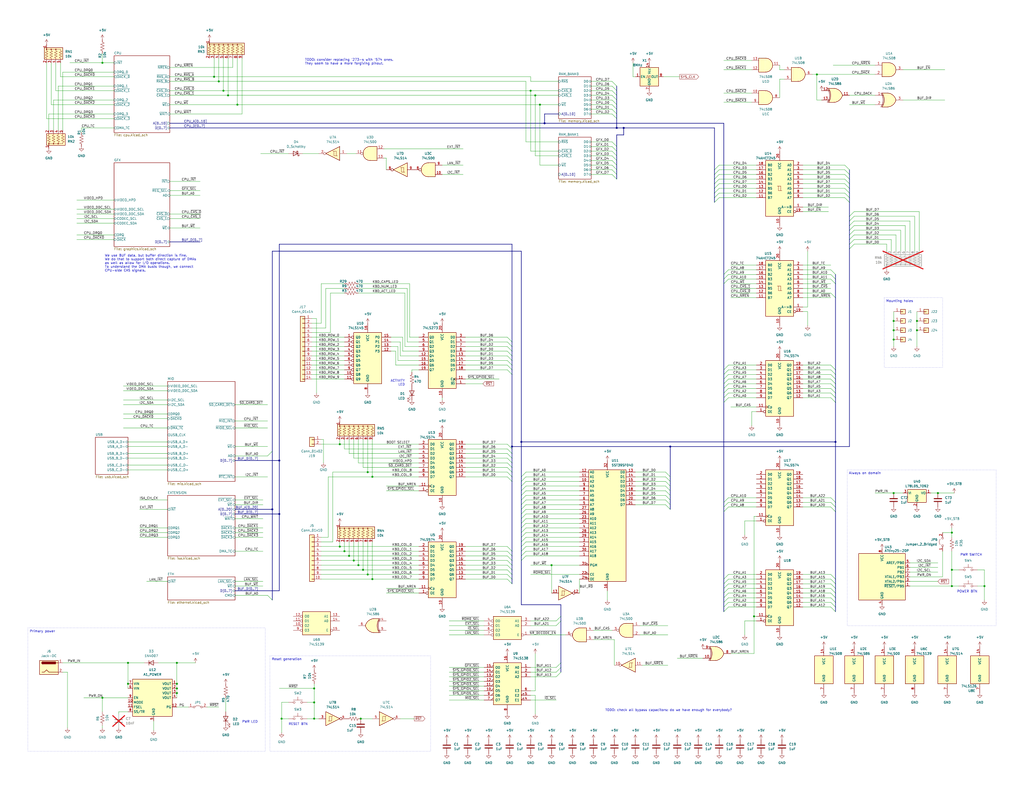
<source format=kicad_sch>
(kicad_sch (version 20231120) (generator "eeschema") (generator_version "8.0")
  (paper "C")
  (title_block (title "Anachron uATX Main Sheet") (date "2024-02-07") (company "Modular Circuits"))
  (junction (at 203.2 260.35))
  (junction (at 55.88 381))
  (junction (at 171.45 383.54))
  (junction (at 519.43 290.83))
  (junction (at 69.85 373.38))
  (junction (at 292.1 52.07))
  (junction (at 153.67 392.43))
  (junction (at 96.52 378.46))
  (junction (at 294.64 57.15))
  (junction (at 69.85 361.95))
  (junction (at 148.59 278.13))
  (junction (at 195.58 308.61))
  (junction (at 96.52 375.92))
  (junction (at 116.84 41.91))
  (junction (at 487.68 180.34))
  (junction (at 365.76 243.84))
  (junction (at 487.68 175.26))
  (junction (at 190.5 303.53))
  (junction (at 171.45 392.43))
  (junction (at 55.88 34.29))
  (junction (at 203.2 316.23))
  (junction (at 129.54 57.15))
  (junction (at 187.96 300.99))
  (junction (at 340.36 69.85))
  (junction (at 284.48 241.3))
  (junction (at 511.81 269.24))
  (junction (at 171.45 375.92))
  (junction (at 500.38 175.26))
  (junction (at 297.18 67.31))
  (junction (at 200.66 257.81))
  (junction (at 96.52 361.95))
  (junction (at 152.4 251.46))
  (junction (at 152.4 280.67))
  (junction (at 537.21 320.04))
  (junction (at 487.68 185.42))
  (junction (at 121.92 49.53))
  (junction (at 124.46 52.07))
  (junction (at 193.04 306.07))
  (junction (at 455.93 241.3))
  (junction (at 487.68 269.24))
  (junction (at 336.55 69.85))
  (junction (at 196.85 392.43))
  (junction (at 279.4 243.84))
  (junction (at 185.42 298.45))
  (junction (at 119.38 44.45))
  (junction (at 289.56 49.53))
  (junction (at 96.52 373.38))
  (junction (at 185.42 242.57))
  (junction (at 198.12 311.15))
  (junction (at 500.38 180.34))
  (junction (at 519.43 311.15))
  (junction (at 411.48 336.55))
  (junction (at 519.43 320.04))
  (junction (at 200.66 313.69))
  (junction (at 445.77 40.64))
  (junction (at 300.99 308.61))
  (bus_entry (at 279.4 308.61) (size -2.54 -2.54))
  (bus_entry (at 363.22 262.89) (size 2.54 2.54))
  (bus_entry (at 279.4 313.69) (size -2.54 -2.54))
  (bus_entry (at 463.55 128.27) (size 2.54 -2.54))
  (bus_entry (at 279.4 311.15) (size -2.54 -2.54))
  (bus_entry (at 334.01 54.61) (size 2.54 2.54))
  (bus_entry (at 455.93 154.94) (size -2.54 -2.54))
  (bus_entry (at 279.4 250.19) (size -2.54 -2.54))
  (bus_entry (at 455.93 321.31) (size -2.54 -2.54))
  (bus_entry (at 279.4 189.23) (size -2.54 -2.54))
  (bus_entry (at 284.48 295.91) (size 2.54 -2.54))
  (bus_entry (at 394.97 323.85) (size 2.54 -2.54))
  (bus_entry (at 455.93 328.93) (size -2.54 -2.54))
  (bus_entry (at 455.93 152.4) (size -2.54 -2.54))
  (bus_entry (at 334.01 62.23) (size 2.54 2.54))
  (bus_entry (at 279.4 255.27) (size -2.54 -2.54))
  (bus_entry (at 463.55 105.41) (size -2.54 -2.54))
  (bus_entry (at 389.89 102.87) (size 2.54 -2.54))
  (bus_entry (at 279.4 260.35) (size -2.54 -2.54))
  (bus_entry (at 279.4 201.93) (size -2.54 -2.54))
  (bus_entry (at 284.48 278.13) (size 2.54 -2.54))
  (bus_entry (at 394.97 212.09) (size 2.54 -2.54))
  (bus_entry (at 284.48 267.97) (size 2.54 -2.54))
  (bus_entry (at 284.48 293.37) (size 2.54 -2.54))
  (bus_entry (at 279.4 196.85) (size -2.54 -2.54))
  (bus_entry (at 455.93 201.93) (size -2.54 -2.54))
  (bus_entry (at 279.4 303.53) (size -2.54 -2.54))
  (bus_entry (at 284.48 273.05) (size 2.54 -2.54))
  (bus_entry (at 284.48 300.99) (size 2.54 -2.54))
  (bus_entry (at 306.07 361.95) (size -2.54 2.54))
  (bus_entry (at 463.55 97.79) (size -2.54 -2.54))
  (bus_entry (at 334.01 49.53) (size 2.54 2.54))
  (bus_entry (at 279.4 316.23) (size -2.54 -2.54))
  (bus_entry (at 279.4 257.81) (size -2.54 -2.54))
  (bus_entry (at 455.93 149.86) (size -2.54 -2.54))
  (bus_entry (at 455.93 217.17) (size -2.54 -2.54))
  (bus_entry (at 455.93 316.23) (size -2.54 -2.54))
  (bus_entry (at 455.93 162.56) (size -2.54 -2.54))
  (bus_entry (at 394.97 326.39) (size 2.54 -2.54))
  (bus_entry (at 455.93 334.01) (size -2.54 -2.54))
  (bus_entry (at 284.48 275.59) (size 2.54 -2.54))
  (bus_entry (at 463.55 102.87) (size -2.54 -2.54))
  (bus_entry (at 463.55 130.81) (size 2.54 -2.54))
  (bus_entry (at 463.55 107.95) (size -2.54 -2.54))
  (bus_entry (at 463.55 100.33) (size -2.54 -2.54))
  (bus_entry (at 455.93 204.47) (size -2.54 -2.54))
  (bus_entry (at 455.93 212.09) (size -2.54 -2.54))
  (bus_entry (at 279.4 318.77) (size -2.54 -2.54))
  (bus_entry (at 394.97 152.4) (size 2.54 -2.54))
  (bus_entry (at 463.55 110.49) (size -2.54 -2.54))
  (bus_entry (at 334.01 85.09) (size 2.54 2.54))
  (bus_entry (at 279.4 245.11) (size -2.54 -2.54))
  (bus_entry (at 394.97 209.55) (size 2.54 -2.54))
  (bus_entry (at 455.93 219.71) (size -2.54 -2.54))
  (bus_entry (at 394.97 318.77) (size 2.54 -2.54))
  (bus_entry (at 455.93 323.85) (size -2.54 -2.54))
  (bus_entry (at 284.48 280.67) (size 2.54 -2.54))
  (bus_entry (at 334.01 52.07) (size 2.54 2.54))
  (bus_entry (at 389.89 92.71) (size 2.54 -2.54))
  (bus_entry (at 284.48 290.83) (size 2.54 -2.54))
  (bus_entry (at 279.4 199.39) (size -2.54 -2.54))
  (bus_entry (at 455.93 326.39) (size -2.54 -2.54))
  (bus_entry (at 394.97 154.94) (size 2.54 -2.54))
  (bus_entry (at 284.48 270.51) (size 2.54 -2.54))
  (bus_entry (at 455.93 331.47) (size -2.54 -2.54))
  (bus_entry (at 334.01 92.71) (size 2.54 2.54))
  (bus_entry (at 284.48 298.45) (size 2.54 -2.54))
  (bus_entry (at 284.48 288.29) (size 2.54 -2.54))
  (bus_entry (at 284.48 260.35) (size 2.54 -2.54))
  (bus_entry (at 463.55 125.73) (size 2.54 -2.54))
  (bus_entry (at 279.4 262.89) (size -2.54 -2.54))
  (bus_entry (at 389.89 105.41) (size 2.54 -2.54))
  (bus_entry (at 389.89 110.49) (size 2.54 -2.54))
  (bus_entry (at 389.89 100.33) (size 2.54 -2.54))
  (bus_entry (at 284.48 285.75) (size 2.54 -2.54))
  (bus_entry (at 394.97 316.23) (size 2.54 -2.54))
  (bus_entry (at 363.22 267.97) (size 2.54 2.54))
  (bus_entry (at 363.22 273.05) (size 2.54 2.54))
  (bus_entry (at 389.89 97.79) (size 2.54 -2.54))
  (bus_entry (at 334.01 57.15) (size 2.54 2.54))
  (bus_entry (at 363.22 275.59) (size 2.54 2.54))
  (bus_entry (at 394.97 219.71) (size 2.54 -2.54))
  (bus_entry (at 303.53 341.63) (size 2.54 -2.54))
  (bus_entry (at 455.93 274.32) (size -2.54 -2.54))
  (bus_entry (at 279.4 306.07) (size -2.54 -2.54))
  (bus_entry (at 394.97 334.01) (size 2.54 -2.54))
  (bus_entry (at 463.55 133.35) (size 2.54 -2.54))
  (bus_entry (at 334.01 95.25) (size 2.54 2.54))
  (bus_entry (at 334.01 77.47) (size 2.54 2.54))
  (bus_entry (at 455.93 214.63) (size -2.54 -2.54))
  (bus_entry (at 463.55 120.65) (size 2.54 -2.54))
  (bus_entry (at 363.22 265.43) (size 2.54 2.54))
  (bus_entry (at 394.97 204.47) (size 2.54 -2.54))
  (bus_entry (at 394.97 201.93) (size 2.54 -2.54))
  (bus_entry (at 389.89 107.95) (size 2.54 -2.54))
  (bus_entry (at 334.01 90.17) (size 2.54 2.54))
  (bus_entry (at 455.93 279.4) (size -2.54 -2.54))
  (bus_entry (at 279.4 247.65) (size -2.54 -2.54))
  (bus_entry (at 394.97 274.32) (size 2.54 -2.54))
  (bus_entry (at 463.55 95.25) (size -2.54 -2.54))
  (bus_entry (at 279.4 186.69) (size -2.54 -2.54))
  (bus_entry (at 463.55 92.71) (size -2.54 -2.54))
  (bus_entry (at 394.97 214.63) (size 2.54 -2.54))
  (bus_entry (at 394.97 149.86) (size 2.54 -2.54))
  (bus_entry (at 455.93 209.55) (size -2.54 -2.54))
  (bus_entry (at 334.01 87.63) (size 2.54 2.54))
  (bus_entry (at 394.97 207.01) (size 2.54 -2.54))
  (bus_entry (at 394.97 331.47) (size 2.54 -2.54))
  (bus_entry (at 334.01 44.45) (size 2.54 2.54))
  (bus_entry (at 394.97 217.17) (size 2.54 -2.54))
  (bus_entry (at 334.01 80.01) (size 2.54 2.54))
  (bus_entry (at 279.4 194.31) (size -2.54 -2.54))
  (bus_entry (at 303.53 339.09) (size 2.54 -2.54))
  (bus_entry (at 284.48 283.21) (size 2.54 -2.54))
  (bus_entry (at 394.97 321.31) (size 2.54 -2.54))
  (bus_entry (at 463.55 135.89) (size 2.54 -2.54))
  (bus_entry (at 146.05 325.12) (size 2.54 2.54))
  (bus_entry (at 279.4 191.77) (size -2.54 -2.54))
  (bus_entry (at 455.93 207.01) (size -2.54 -2.54))
  (bus_entry (at 363.22 270.51) (size 2.54 2.54))
  (bus_entry (at 279.4 252.73) (size -2.54 -2.54))
  (bus_entry (at 394.97 276.86) (size 2.54 -2.54))
  (bus_entry (at 279.4 300.99) (size -2.54 -2.54))
  (bus_entry (at 334.01 46.99) (size 2.54 2.54))
  (bus_entry (at 394.97 279.4) (size 2.54 -2.54))
  (bus_entry (at 363.22 257.81) (size 2.54 2.54))
  (bus_entry (at 284.48 262.89) (size 2.54 -2.54))
  (bus_entry (at 463.55 118.11) (size 2.54 -2.54))
  (bus_entry (at 455.93 276.86) (size -2.54 -2.54))
  (bus_entry (at 284.48 306.07) (size 2.54 -2.54))
  (bus_entry (at 389.89 95.25) (size 2.54 -2.54))
  (bus_entry (at 334.01 82.55) (size 2.54 2.54))
  (bus_entry (at 279.4 204.47) (size -2.54 -2.54))
  (bus_entry (at 284.48 303.53) (size 2.54 -2.54))
  (bus_entry (at 363.22 260.35) (size 2.54 2.54))
  (bus_entry (at 146.05 248.92) (size 2.54 -2.54))
  (bus_entry (at 306.07 367.03) (size -2.54 2.54))
  (bus_entry (at 463.55 123.19) (size 2.54 -2.54))
  (bus_entry (at 306.07 364.49) (size -2.54 2.54))
  (bus_entry (at 455.93 318.77) (size -2.54 -2.54))
  (bus_entry (at 394.97 328.93) (size 2.54 -2.54))
  (bus_entry (at 334.01 59.69) (size 2.54 2.54))
  (bus_entry (at 284.48 265.43) (size 2.54 -2.54))
  (wire (pts (xy 397.51 271.78) (xy 412.75 271.78)))
  (wire (pts (xy 91.44 273.05) (xy 76.2 273.05)))
  (wire (pts (xy 501.65 137.16) (xy 501.65 115.57)))
  (wire (pts (xy 55.88 381) (xy 69.85 381)))
  (wire (pts (xy 203.2 260.35) (xy 179.07 260.35)))
  (wire (pts (xy 487.68 180.34) (xy 487.68 185.42)))
  (wire (pts (xy 181.61 257.81) (xy 181.61 295.91)))
  (wire (pts (xy 175.26 176.53) (xy 175.26 154.94)))
  (wire (pts (xy 215.9 191.77) (xy 215.9 199.39)))
  (wire (pts (xy 397.51 328.93) (xy 412.75 328.93)))
  (wire (pts (xy 38.1 34.29) (xy 55.88 34.29)))
  (bus (pts (xy 394.97 316.23) (xy 394.97 318.77)))
  (wire (pts (xy 499.11 137.16) (xy 499.11 118.11)))
  (wire (pts (xy 175.26 311.15) (xy 198.12 311.15)))
  (wire (pts (xy 264.16 346.71) (xy 245.11 346.71)))
  (bus (pts (xy 394.97 321.31) (xy 394.97 323.85)))
  (bus (pts (xy 336.55 64.77) (xy 336.55 69.85)))
  (wire (pts (xy 496.57 307.34) (xy 511.81 307.34)))
  (wire (pts (xy 392.43 97.79) (xy 412.75 97.79)))
  (wire (pts (xy 142.24 83.82) (xy 157.48 83.82)))
  (wire (pts (xy 69.85 373.38) (xy 69.85 361.95)))
  (wire (pts (xy 292.1 356.87) (xy 292.1 377.19)))
  (wire (pts (xy 245.11 372.11) (xy 264.16 372.11)))
  (wire (pts (xy 153.67 383.54) (xy 153.67 392.43)))
  (wire (pts (xy 175.26 306.07) (xy 193.04 306.07)))
  (wire (pts (xy 322.58 77.47) (xy 334.01 77.47)))
  (wire (pts (xy 185.42 240.03) (xy 185.42 242.57)))
  (bus (pts (xy 394.97 274.32) (xy 394.97 276.86)))
  (wire (pts (xy 219.71 191.77) (xy 228.6 191.77)))
  (wire (pts (xy 519.43 311.15) (xy 519.43 320.04)))
  (bus (pts (xy 455.93 274.32) (xy 455.93 276.86)))
  (wire (pts (xy 190.5 247.65) (xy 190.5 240.03)))
  (wire (pts (xy 425.45 38.1) (xy 425.45 35.56)))
  (wire (pts (xy 217.17 189.23) (xy 217.17 196.85)))
  (wire (pts (xy 392.43 105.41) (xy 412.75 105.41)))
  (wire (pts (xy 175.26 154.94) (xy 187.96 154.94)))
  (wire (pts (xy 289.56 367.03) (xy 303.53 367.03)))
  (bus (pts (xy 279.4 247.65) (xy 279.4 250.19)))
  (wire (pts (xy 170.18 186.69) (xy 187.96 186.69)))
  (wire (pts (xy 397.51 201.93) (xy 412.75 201.93)))
  (wire (pts (xy 398.78 356.87) (xy 411.48 356.87)))
  (bus (pts (xy 455.93 219.71) (xy 455.93 241.3)))
  (bus (pts (xy 340.36 73.66) (xy 336.55 73.66)))
  (wire (pts (xy 26.67 62.23) (xy 62.23 62.23)))
  (bus (pts (xy 284.48 330.2) (xy 306.07 330.2)))
  (wire (pts (xy 113.03 386.08) (xy 119.38 386.08)))
  (wire (pts (xy 220.98 189.23) (xy 228.6 189.23)))
  (wire (pts (xy 322.58 59.69) (xy 334.01 59.69)))
  (bus (pts (xy 455.93 162.56) (xy 455.93 201.93)))
  (wire (pts (xy 254 191.77) (xy 276.86 191.77)))
  (wire (pts (xy 264.16 369.57) (xy 245.11 369.57)))
  (bus (pts (xy 389.89 92.71) (xy 389.89 95.25)))
  (wire (pts (xy 289.56 382.27) (xy 303.53 382.27)))
  (wire (pts (xy 41.91 109.22) (xy 62.23 109.22)))
  (wire (pts (xy 276.86 186.69) (xy 254 186.69)))
  (bus (pts (xy 297.18 62.23) (xy 297.18 67.31)))
  (wire (pts (xy 453.39 199.39) (xy 438.15 199.39)))
  (wire (pts (xy 146.05 325.12) (xy 128.27 325.12)))
  (wire (pts (xy 170.18 179.07) (xy 177.8 179.07)))
  (bus (pts (xy 284.48 283.21) (xy 284.48 285.75)))
  (bus (pts (xy 336.55 87.63) (xy 336.55 90.17)))
  (bus (pts (xy 394.97 323.85) (xy 394.97 326.39)))
  (wire (pts (xy 185.42 295.91) (xy 185.42 298.45)))
  (bus (pts (xy 455.93 323.85) (xy 455.93 326.39)))
  (wire (pts (xy 304.8 82.55) (xy 289.56 82.55)))
  (wire (pts (xy 406.4 339.09) (xy 412.75 339.09)))
  (wire (pts (xy 41.91 114.3) (xy 62.23 114.3)))
  (wire (pts (xy 438.15 162.56) (xy 453.39 162.56)))
  (wire (pts (xy 55.88 29.21) (xy 55.88 34.29)))
  (wire (pts (xy 287.02 265.43) (xy 316.23 265.43)))
  (bus (pts (xy 148.59 278.13) (xy 148.59 327.66)))
  (wire (pts (xy 44.45 69.85) (xy 62.23 69.85)))
  (wire (pts (xy 289.56 41.91) (xy 289.56 44.45)))
  (bus (pts (xy 365.76 273.05) (xy 365.76 275.59)))
  (bus (pts (xy 336.55 90.17) (xy 336.55 92.71)))
  (wire (pts (xy 292.1 85.09) (xy 292.1 52.07)))
  (wire (pts (xy 453.39 204.47) (xy 438.15 204.47)))
  (wire (pts (xy 346.71 267.97) (xy 363.22 267.97)))
  (wire (pts (xy 453.39 274.32) (xy 438.15 274.32)))
  (wire (pts (xy 175.26 313.69) (xy 200.66 313.69)))
  (wire (pts (xy 41.91 121.92) (xy 62.23 121.92)))
  (bus (pts (xy 463.55 118.11) (xy 463.55 120.65)))
  (bus (pts (xy 336.55 82.55) (xy 336.55 85.09)))
  (bus (pts (xy 455.93 212.09) (xy 455.93 214.63)))
  (wire (pts (xy 322.58 82.55) (xy 334.01 82.55)))
  (bus (pts (xy 463.55 128.27) (xy 463.55 130.81)))
  (wire (pts (xy 453.39 328.93) (xy 438.15 328.93)))
  (bus (pts (xy 365.76 275.59) (xy 365.76 278.13)))
  (wire (pts (xy 500.38 175.26) (xy 500.38 180.34)))
  (wire (pts (xy 453.39 157.48) (xy 438.15 157.48)))
  (bus (pts (xy 463.55 130.81) (xy 463.55 133.35)))
  (wire (pts (xy 287.02 260.35) (xy 316.23 260.35)))
  (bus (pts (xy 455.93 276.86) (xy 455.93 279.4)))
  (bus (pts (xy 279.4 189.23) (xy 279.4 191.77)))
  (wire (pts (xy 322.58 90.17) (xy 334.01 90.17)))
  (wire (pts (xy 200.66 257.81) (xy 181.61 257.81)))
  (wire (pts (xy 254 199.39) (xy 276.86 199.39)))
  (wire (pts (xy 171.45 375.92) (xy 171.45 383.54)))
  (wire (pts (xy 228.6 257.81) (xy 200.66 257.81)))
  (wire (pts (xy 41.91 119.38) (xy 62.23 119.38)))
  (wire (pts (xy 461.01 105.41) (xy 438.15 105.41)))
  (wire (pts (xy 322.58 80.01) (xy 334.01 80.01)))
  (wire (pts (xy 45.72 381) (xy 55.88 381)))
  (wire (pts (xy 121.92 31.75) (xy 121.92 49.53)))
  (bus (pts (xy 128.27 322.58) (xy 152.4 322.58)))
  (wire (pts (xy 177.8 157.48) (xy 187.96 157.48)))
  (wire (pts (xy 398.78 154.94) (xy 412.75 154.94)))
  (wire (pts (xy 241.3 90.17) (xy 252.73 90.17)))
  (wire (pts (xy 254 184.15) (xy 276.86 184.15)))
  (bus (pts (xy 455.93 201.93) (xy 455.93 204.47)))
  (wire (pts (xy 276.86 242.57) (xy 254 242.57)))
  (wire (pts (xy 157.48 383.54) (xy 153.67 383.54)))
  (wire (pts (xy 287.02 278.13) (xy 316.23 278.13)))
  (bus (pts (xy 148.59 137.16) (xy 148.59 246.38)))
  (wire (pts (xy 64.77 389.89) (xy 64.77 388.62)))
  (wire (pts (xy 224.79 201.93) (xy 228.6 201.93)))
  (wire (pts (xy 245.11 379.73) (xy 264.16 379.73)))
  (wire (pts (xy 453.39 271.78) (xy 438.15 271.78)))
  (bus (pts (xy 455.93 326.39) (xy 455.93 328.93)))
  (wire (pts (xy 322.58 52.07) (xy 334.01 52.07)))
  (bus (pts (xy 306.07 339.09) (xy 306.07 336.55)))
  (wire (pts (xy 461.01 95.25) (xy 438.15 95.25)))
  (bus (pts (xy 279.4 257.81) (xy 279.4 260.35)))
  (bus (pts (xy 284.48 265.43) (xy 284.48 267.97)))
  (wire (pts (xy 143.51 288.29) (xy 128.27 288.29)))
  (bus (pts (xy 455.93 207.01) (xy 455.93 209.55)))
  (wire (pts (xy 397.51 331.47) (xy 412.75 331.47)))
  (wire (pts (xy 96.52 378.46) (xy 96.52 381)))
  (wire (pts (xy 322.58 46.99) (xy 334.01 46.99)))
  (wire (pts (xy 519.43 290.83) (xy 519.43 293.37)))
  (wire (pts (xy 406.4 284.48) (xy 412.75 284.48)))
  (wire (pts (xy 128.27 317.5) (xy 143.51 317.5)))
  (wire (pts (xy 496.57 320.04) (xy 519.43 320.04)))
  (wire (pts (xy 193.04 306.07) (xy 193.04 295.91)))
  (wire (pts (xy 91.44 213.36) (xy 67.31 213.36)))
  (bus (pts (xy 463.55 97.79) (xy 463.55 100.33)))
  (wire (pts (xy 398.78 162.56) (xy 412.75 162.56)))
  (bus (pts (xy 92.71 132.08) (xy 109.22 132.08)))
  (wire (pts (xy 492.76 54.61) (xy 515.62 54.61)))
  (wire (pts (xy 170.18 181.61) (xy 180.34 181.61)))
  (bus (pts (xy 284.48 303.53) (xy 284.48 306.07)))
  (wire (pts (xy 92.71 57.15) (xy 129.54 57.15)))
  (wire (pts (xy 394.97 55.88) (xy 410.21 55.88)))
  (bus (pts (xy 455.93 152.4) (xy 455.93 154.94)))
  (bus (pts (xy 394.97 217.17) (xy 394.97 219.71)))
  (wire (pts (xy 453.39 326.39) (xy 438.15 326.39)))
  (bus (pts (xy 336.55 46.99) (xy 336.55 49.53)))
  (bus (pts (xy 284.48 306.07) (xy 284.48 330.2)))
  (wire (pts (xy 289.56 313.69) (xy 316.23 313.69)))
  (wire (pts (xy 69.85 375.92) (xy 69.85 373.38)))
  (wire (pts (xy 170.18 176.53) (xy 175.26 176.53)))
  (wire (pts (xy 143.51 293.37) (xy 128.27 293.37)))
  (wire (pts (xy 121.92 49.53) (xy 92.71 49.53)))
  (bus (pts (xy 336.55 59.69) (xy 336.55 62.23)))
  (bus (pts (xy 394.97 67.31) (xy 394.97 149.86)))
  (bus (pts (xy 394.97 326.39) (xy 394.97 328.93)))
  (wire (pts (xy 438.15 113.03) (xy 452.12 113.03)))
  (wire (pts (xy 519.43 288.29) (xy 519.43 290.83)))
  (wire (pts (xy 200.66 257.81) (xy 200.66 240.03)))
  (wire (pts (xy 397.51 207.01) (xy 412.75 207.01)))
  (wire (pts (xy 276.86 298.45) (xy 254 298.45)))
  (wire (pts (xy 64.77 388.62) (xy 69.85 388.62)))
  (bus (pts (xy 389.89 107.95) (xy 389.89 110.49)))
  (wire (pts (xy 346.71 257.81) (xy 363.22 257.81)))
  (wire (pts (xy 453.39 323.85) (xy 438.15 323.85)))
  (bus (pts (xy 455.93 204.47) (xy 455.93 207.01)))
  (wire (pts (xy 445.77 54.61) (xy 445.77 40.64)))
  (bus (pts (xy 463.55 110.49) (xy 463.55 118.11)))
  (wire (pts (xy 264.16 364.49) (xy 245.11 364.49)))
  (wire (pts (xy 200.66 313.69) (xy 200.66 295.91)))
  (wire (pts (xy 397.51 321.31) (xy 412.75 321.31)))
  (wire (pts (xy 303.53 339.09) (xy 289.56 339.09)))
  (wire (pts (xy 466.09 130.81) (xy 486.41 130.81)))
  (wire (pts (xy 128.27 260.35) (xy 146.05 260.35)))
  (bus (pts (xy 279.4 262.89) (xy 279.4 300.99)))
  (wire (pts (xy 519.43 300.99) (xy 519.43 311.15)))
  (wire (pts (xy 466.09 118.11) (xy 499.11 118.11)))
  (wire (pts (xy 463.55 52.07) (xy 477.52 52.07)))
  (wire (pts (xy 461.01 100.33) (xy 438.15 100.33)))
  (wire (pts (xy 153.67 392.43) (xy 153.67 400.05)))
  (bus (pts (xy 284.48 241.3) (xy 455.93 241.3)))
  (wire (pts (xy 171.45 392.43) (xy 173.99 392.43)))
  (wire (pts (xy 466.09 123.19) (xy 494.03 123.19)))
  (wire (pts (xy 289.56 369.57) (xy 303.53 369.57)))
  (wire (pts (xy 438.15 149.86) (xy 453.39 149.86)))
  (wire (pts (xy 304.8 85.09) (xy 292.1 85.09)))
  (wire (pts (xy 461.01 92.71) (xy 438.15 92.71)))
  (bus (pts (xy 152.4 251.46) (xy 152.4 280.67)))
  (wire (pts (xy 304.8 90.17) (xy 294.64 90.17)))
  (wire (pts (xy 308.61 346.71) (xy 289.56 346.71)))
  (wire (pts (xy 254 260.35) (xy 276.86 260.35)))
  (wire (pts (xy 228.6 311.15) (xy 198.12 311.15)))
  (wire (pts (xy 276.86 189.23) (xy 254 189.23)))
  (wire (pts (xy 397.51 313.69) (xy 412.75 313.69)))
  (bus (pts (xy 284.48 275.59) (xy 284.48 278.13)))
  (wire (pts (xy 412.75 224.79) (xy 410.21 224.79)))
  (wire (pts (xy 218.44 186.69) (xy 218.44 194.31)))
  (bus (pts (xy 455.93 209.55) (xy 455.93 212.09)))
  (wire (pts (xy 254 316.23) (xy 276.86 316.23)))
  (wire (pts (xy 406.4 339.09) (xy 406.4 346.71)))
  (bus (pts (xy 365.76 262.89) (xy 365.76 265.43)))
  (bus (pts (xy 463.55 123.19) (xy 463.55 125.73)))
  (bus (pts (xy 279.4 196.85) (xy 279.4 199.39)))
  (wire (pts (xy 287.02 293.37) (xy 316.23 293.37)))
  (wire (pts (xy 92.71 104.14) (xy 109.22 104.14)))
  (wire (pts (xy 287.02 295.91) (xy 316.23 295.91)))
  (wire (pts (xy 91.44 226.06) (xy 67.31 226.06)))
  (wire (pts (xy 33.02 41.91) (xy 33.02 34.29)))
  (wire (pts (xy 223.52 184.15) (xy 223.52 154.94)))
  (wire (pts (xy 397.51 217.17) (xy 412.75 217.17)))
  (bus (pts (xy 279.4 250.19) (xy 279.4 252.73)))
  (wire (pts (xy 466.09 120.65) (xy 496.57 120.65)))
  (wire (pts (xy 198.12 255.27) (xy 198.12 240.03)))
  (wire (pts (xy 245.11 344.17) (xy 264.16 344.17)))
  (wire (pts (xy 346.71 275.59) (xy 363.22 275.59)))
  (wire (pts (xy 438.15 170.18) (xy 440.69 170.18)))
  (wire (pts (xy 289.56 379.73) (xy 292.1 379.73)))
  (wire (pts (xy 364.49 341.63) (xy 349.25 341.63)))
  (bus (pts (xy 389.89 105.41) (xy 389.89 107.95)))
  (wire (pts (xy 121.92 49.53) (xy 289.56 49.53)))
  (wire (pts (xy 254 255.27) (xy 276.86 255.27)))
  (wire (pts (xy 346.71 273.05) (xy 363.22 273.05)))
  (wire (pts (xy 397.51 204.47) (xy 412.75 204.47)))
  (wire (pts (xy 397.51 326.39) (xy 412.75 326.39)))
  (wire (pts (xy 289.56 49.53) (xy 304.8 49.53)))
  (bus (pts (xy 284.48 298.45) (xy 284.48 300.99)))
  (wire (pts (xy 322.58 57.15) (xy 334.01 57.15)))
  (wire (pts (xy 287.02 270.51) (xy 316.23 270.51)))
  (wire (pts (xy 427.99 38.1) (xy 425.45 38.1)))
  (wire (pts (xy 245.11 377.19) (xy 264.16 377.19)))
  (wire (pts (xy 461.01 90.17) (xy 438.15 90.17)))
  (wire (pts (xy 440.69 170.18) (xy 440.69 177.8)))
  (wire (pts (xy 127 31.75) (xy 127 36.83)))
  (wire (pts (xy 152.4 375.92) (xy 171.45 375.92)))
  (wire (pts (xy 453.39 316.23) (xy 438.15 316.23)))
  (wire (pts (xy 300.99 308.61) (xy 316.23 308.61)))
  (bus (pts (xy 455.93 154.94) (xy 455.93 162.56)))
  (wire (pts (xy 397.51 147.32) (xy 412.75 147.32)))
  (wire (pts (xy 193.04 250.19) (xy 193.04 240.03)))
  (wire (pts (xy 31.75 46.99) (xy 31.75 71.12)))
  (wire (pts (xy 92.71 106.68) (xy 109.22 106.68)))
  (bus (pts (xy 389.89 69.85) (xy 389.89 92.71)))
  (wire (pts (xy 254 250.19) (xy 276.86 250.19)))
  (wire (pts (xy 219.71 184.15) (xy 219.71 191.77)))
  (wire (pts (xy 69.85 361.95) (xy 78.74 361.95)))
  (wire (pts (xy 488.95 128.27) (xy 488.95 137.16)))
  (wire (pts (xy 496.57 314.96) (xy 514.35 314.96)))
  (bus (pts (xy 389.89 100.33) (xy 389.89 102.87)))
  (bus (pts (xy 394.97 154.94) (xy 394.97 201.93)))
  (bus (pts (xy 463.55 95.25) (xy 463.55 97.79)))
  (bus (pts (xy 279.4 191.77) (xy 279.4 194.31)))
  (wire (pts (xy 128.27 320.04) (xy 143.51 320.04)))
  (wire (pts (xy 96.52 361.95) (xy 106.68 361.95)))
  (wire (pts (xy 287.02 267.97) (xy 316.23 267.97)))
  (bus (pts (xy 336.55 49.53) (xy 336.55 52.07)))
  (bus (pts (xy 394.97 152.4) (xy 394.97 154.94)))
  (wire (pts (xy 254 306.07) (xy 276.86 306.07)))
  (bus (pts (xy 279.4 255.27) (xy 279.4 257.81)))
  (bus (pts (xy 336.55 73.66) (xy 336.55 80.01)))
  (wire (pts (xy 254 308.61) (xy 276.86 308.61)))
  (wire (pts (xy 218.44 194.31) (xy 228.6 194.31)))
  (wire (pts (xy 210.82 92.71) (xy 210.82 86.36)))
  (wire (pts (xy 55.88 381) (xy 55.88 388.62)))
  (bus (pts (xy 279.4 308.61) (xy 279.4 311.15)))
  (wire (pts (xy 287.02 257.81) (xy 316.23 257.81)))
  (bus (pts (xy 284.48 290.83) (xy 284.48 293.37)))
  (wire (pts (xy 228.6 252.73) (xy 195.58 252.73)))
  (wire (pts (xy 41.91 128.27) (xy 62.23 128.27)))
  (bus (pts (xy 463.55 107.95) (xy 463.55 110.49)))
  (bus (pts (xy 304.8 62.23) (xy 297.18 62.23)))
  (wire (pts (xy 187.96 245.11) (xy 228.6 245.11)))
  (wire (pts (xy 276.86 245.11) (xy 254 245.11)))
  (wire (pts (xy 287.02 280.67) (xy 316.23 280.67)))
  (wire (pts (xy 167.64 383.54) (xy 171.45 383.54)))
  (wire (pts (xy 346.71 260.35) (xy 363.22 260.35)))
  (wire (pts (xy 287.02 77.47) (xy 287.02 44.45)))
  (bus (pts (xy 284.48 280.67) (xy 284.48 283.21)))
  (bus (pts (xy 279.4 243.84) (xy 279.4 245.11)))
  (wire (pts (xy 398.78 157.48) (xy 412.75 157.48)))
  (wire (pts (xy 323.85 344.17) (xy 334.01 344.17)))
  (wire (pts (xy 30.48 34.29) (xy 30.48 49.53)))
  (bus (pts (xy 336.55 62.23) (xy 336.55 64.77)))
  (bus (pts (xy 394.97 214.63) (xy 394.97 217.17)))
  (wire (pts (xy 124.46 52.07) (xy 292.1 52.07)))
  (wire (pts (xy 29.21 71.12) (xy 29.21 54.61)))
  (bus (pts (xy 455.93 331.47) (xy 455.93 334.01)))
  (wire (pts (xy 91.44 290.83) (xy 76.2 290.83)))
  (bus (pts (xy 394.97 207.01) (xy 394.97 209.55)))
  (bus (pts (xy 365.76 243.84) (xy 365.76 260.35)))
  (wire (pts (xy 228.6 242.57) (xy 185.42 242.57)))
  (wire (pts (xy 487.68 175.26) (xy 487.68 180.34)))
  (bus (pts (xy 284.48 270.51) (xy 284.48 273.05)))
  (bus (pts (xy 279.4 199.39) (xy 279.4 201.93)))
  (wire (pts (xy 153.67 392.43) (xy 157.48 392.43)))
  (wire (pts (xy 228.6 313.69) (xy 200.66 313.69)))
  (wire (pts (xy 264.16 341.63) (xy 245.11 341.63)))
  (bus (pts (xy 128.27 280.67) (xy 152.4 280.67)))
  (wire (pts (xy 272.415 207.01) (xy 254 207.01)))
  (wire (pts (xy 129.54 57.15) (xy 294.64 57.15)))
  (bus (pts (xy 394.97 318.77) (xy 394.97 321.31)))
  (wire (pts (xy 300.99 323.85) (xy 300.99 308.61)))
  (wire (pts (xy 69.85 256.54) (xy 91.44 256.54)))
  (wire (pts (xy 346.71 262.89) (xy 363.22 262.89)))
  (wire (pts (xy 453.39 160.02) (xy 438.15 160.02)))
  (wire (pts (xy 254 201.93) (xy 276.86 201.93)))
  (wire (pts (xy 483.87 133.35) (xy 483.87 137.16)))
  (wire (pts (xy 217.17 196.85) (xy 228.6 196.85)))
  (bus (pts (xy 128.27 278.13) (xy 148.59 278.13)))
  (bus (pts (xy 365.76 265.43) (xy 365.76 267.97)))
  (bus (pts (xy 279.4 133.35) (xy 279.4 186.69)))
  (wire (pts (xy 289.56 308.61) (xy 300.99 308.61)))
  (bus (pts (xy 463.55 105.41) (xy 463.55 107.95)))
  (wire (pts (xy 83.82 398.78) (xy 83.82 393.7)))
  (wire (pts (xy 195.58 154.94) (xy 223.52 154.94)))
  (wire (pts (xy 29.21 54.61) (xy 62.23 54.61)))
  (wire (pts (xy 287.02 300.99) (xy 316.23 300.99)))
  (wire (pts (xy 92.71 124.46) (xy 109.22 124.46)))
  (wire (pts (xy 425.45 43.18) (xy 427.99 43.18)))
  (wire (pts (xy 322.58 87.63) (xy 334.01 87.63)))
  (wire (pts (xy 27.94 57.15) (xy 62.23 57.15)))
  (bus (pts (xy 279.4 303.53) (xy 279.4 306.07)))
  (wire (pts (xy 228.6 300.99) (xy 187.96 300.99)))
  (wire (pts (xy 397.51 149.86) (xy 412.75 149.86)))
  (bus (pts (xy 340.36 69.85) (xy 389.89 69.85)))
  (wire (pts (xy 67.31 218.44) (xy 91.44 218.44)))
  (bus (pts (xy 463.55 92.71) (xy 463.55 95.25)))
  (wire (pts (xy 220.98 160.02) (xy 220.98 189.23)))
  (bus (pts (xy 365.76 260.35) (xy 365.76 262.89)))
  (wire (pts (xy 128.27 300.99) (xy 143.51 300.99)))
  (wire (pts (xy 213.36 191.77) (xy 215.9 191.77)))
  (wire (pts (xy 175.26 316.23) (xy 203.2 316.23)))
  (wire (pts (xy 287.02 290.83) (xy 316.23 290.83)))
  (wire (pts (xy 218.44 392.43) (xy 226.06 392.43)))
  (bus (pts (xy 463.55 125.73) (xy 463.55 128.27)))
  (wire (pts (xy 276.86 257.81) (xy 254 257.81)))
  (wire (pts (xy 128.27 283.21) (xy 143.51 283.21)))
  (wire (pts (xy 190.5 247.65) (xy 228.6 247.65)))
  (wire (pts (xy 41.91 130.81) (xy 62.23 130.81)))
  (bus (pts (xy 336.55 85.09) (xy 336.55 87.63)))
  (wire (pts (xy 453.39 207.01) (xy 438.15 207.01)))
  (wire (pts (xy 438.15 147.32) (xy 453.39 147.32)))
  (wire (pts (xy 537.21 320.04) (xy 537.21 327.66)))
  (bus (pts (xy 340.36 69.85) (xy 336.55 69.85)))
  (wire (pts (xy 398.78 160.02) (xy 412.75 160.02)))
  (bus (pts (xy 306.07 330.2) (xy 306.07 336.55)))
  (wire (pts (xy 175.26 293.37) (xy 179.07 293.37)))
  (bus (pts (xy 152.4 280.67) (xy 152.4 322.58)))
  (wire (pts (xy 189.23 83.82) (xy 194.31 83.82)))
  (bus (pts (xy 284.48 260.35) (xy 284.48 262.89)))
  (wire (pts (xy 176.53 240.03) (xy 176.53 252.73)))
  (bus (pts (xy 279.4 201.93) (xy 279.4 204.47)))
  (bus (pts (xy 152.4 133.35) (xy 152.4 251.46)))
  (wire (pts (xy 287.02 275.59) (xy 316.23 275.59)))
  (wire (pts (xy 361.95 41.91) (xy 370.84 41.91)))
  (wire (pts (xy 537.21 311.15) (xy 537.21 320.04)))
  (wire (pts (xy 364.49 363.22) (xy 350.52 363.22)))
  (bus (pts (xy 463.55 100.33) (xy 463.55 102.87)))
  (wire (pts (xy 196.85 392.43) (xy 203.2 392.43)))
  (wire (pts (xy 27.94 34.29) (xy 27.94 57.15)))
  (wire (pts (xy 486.41 130.81) (xy 486.41 137.16)))
  (wire (pts (xy 331.47 327.66) (xy 331.47 322.58)))
  (wire (pts (xy 123.19 381) (xy 123.19 388.62)))
  (bus (pts (xy 389.89 97.79) (xy 389.89 100.33)))
  (wire (pts (xy 394.97 38.1) (xy 410.21 38.1)))
  (wire (pts (xy 180.34 160.02) (xy 187.96 160.02)))
  (bus (pts (xy 463.55 133.35) (xy 463.55 135.89)))
  (wire (pts (xy 228.6 306.07) (xy 193.04 306.07)))
  (wire (pts (xy 254 303.53) (xy 276.86 303.53)))
  (bus (pts (xy 463.55 102.87) (xy 463.55 105.41)))
  (wire (pts (xy 91.44 293.37) (xy 76.2 293.37)))
  (wire (pts (xy 254 247.65) (xy 276.86 247.65)))
  (wire (pts (xy 69.85 247.65) (xy 91.44 247.65)))
  (wire (pts (xy 228.6 260.35) (xy 203.2 260.35)))
  (wire (pts (xy 170.18 173.99) (xy 172.72 173.99)))
  (wire (pts (xy 213.36 184.15) (xy 219.71 184.15)))
  (wire (pts (xy 187.96 245.11) (xy 187.96 240.03)))
  (wire (pts (xy 31.75 46.99) (xy 62.23 46.99)))
  (wire (pts (xy 496.57 312.42) (xy 511.81 312.42)))
  (wire (pts (xy 92.71 99.06) (xy 109.22 99.06)))
  (bus (pts (xy 279.4 311.15) (xy 279.4 313.69)))
  (wire (pts (xy 34.29 361.95) (xy 69.85 361.95)))
  (bus (pts (xy 455.93 279.4) (xy 455.93 316.23)))
  (bus (pts (xy 394.97 201.93) (xy 394.97 204.47)))
  (wire (pts (xy 91.44 317.5) (xy 80.01 317.5)))
  (wire (pts (xy 179.07 260.35) (xy 179.07 293.37)))
  (wire (pts (xy 119.38 44.45) (xy 92.71 44.45)))
  (wire (pts (xy 198.12 311.15) (xy 198.12 295.91)))
  (wire (pts (xy 175.26 300.99) (xy 187.96 300.99)))
  (wire (pts (xy 91.44 233.68) (xy 67.31 233.68)))
  (wire (pts (xy 146.05 233.68) (xy 128.27 233.68)))
  (wire (pts (xy 397.51 274.32) (xy 412.75 274.32)))
  (bus (pts (xy 394.97 149.86) (xy 394.97 152.4)))
  (wire (pts (xy 55.88 396.24) (xy 55.88 397.51)))
  (wire (pts (xy 34.29 39.37) (xy 34.29 71.12)))
  (wire (pts (xy 171.45 373.38) (xy 171.45 375.92)))
  (wire (pts (xy 461.01 97.79) (xy 438.15 97.79)))
  (wire (pts (xy 92.71 41.91) (xy 116.84 41.91)))
  (wire (pts (xy 91.44 228.6) (xy 67.31 228.6)))
  (wire (pts (xy 496.57 137.16) (xy 496.57 120.65)))
  (wire (pts (xy 477.52 269.24) (xy 487.68 269.24)))
  (wire (pts (xy 228.6 265.43) (xy 210.82 265.43)))
  (bus (pts (xy 394.97 204.47) (xy 394.97 207.01)))
  (wire (pts (xy 224.79 203.2) (xy 224.79 201.93)))
  (wire (pts (xy 287.02 298.45) (xy 316.23 298.45)))
  (wire (pts (xy 228.6 255.27) (xy 198.12 255.27)))
  (wire (pts (xy 514.35 300.99) (xy 514.35 314.96)))
  (wire (pts (xy 195.58 308.61) (xy 195.58 295.91)))
  (wire (pts (xy 487.68 170.18) (xy 487.68 175.26)))
  (wire (pts (xy 397.51 318.77) (xy 412.75 318.77)))
  (bus (pts (xy 455.93 318.77) (xy 455.93 321.31)))
  (wire (pts (xy 213.36 189.23) (xy 217.17 189.23)))
  (bus (pts (xy 455.93 217.17) (xy 455.93 219.71)))
  (wire (pts (xy 322.58 44.45) (xy 334.01 44.45)))
  (wire (pts (xy 170.18 204.47) (xy 187.96 204.47)))
  (wire (pts (xy 292.1 379.73) (xy 292.1 389.89)))
  (bus (pts (xy 148.59 246.38) (xy 148.59 278.13)))
  (wire (pts (xy 453.39 313.69) (xy 438.15 313.69)))
  (wire (pts (xy 86.36 361.95) (xy 96.52 361.95)))
  (wire (pts (xy 143.51 275.59) (xy 128.27 275.59)))
  (bus (pts (xy 455.93 316.23) (xy 455.93 318.77)))
  (wire (pts (xy 119.38 44.45) (xy 287.02 44.45)))
  (wire (pts (xy 128.27 220.98) (xy 146.05 220.98)))
  (wire (pts (xy 170.18 191.77) (xy 187.96 191.77)))
  (bus (pts (xy 455.93 328.93) (xy 455.93 331.47)))
  (wire (pts (xy 397.51 209.55) (xy 412.75 209.55)))
  (wire (pts (xy 96.52 375.92) (xy 96.52 378.46)))
  (bus (pts (xy 455.93 321.31) (xy 455.93 323.85)))
  (wire (pts (xy 92.71 62.23) (xy 132.08 62.23)))
  (wire (pts (xy 397.51 316.23) (xy 412.75 316.23)))
  (bus (pts (xy 394.97 219.71) (xy 394.97 274.32)))
  (bus (pts (xy 279.4 313.69) (xy 279.4 316.23)))
  (bus (pts (xy 394.97 212.09) (xy 394.97 214.63)))
  (wire (pts (xy 453.39 321.31) (xy 438.15 321.31)))
  (wire (pts (xy 425.45 53.34) (xy 425.45 43.18)))
  (wire (pts (xy 228.6 321.31) (xy 210.82 321.31)))
  (wire (pts (xy 398.78 222.25) (xy 412.75 222.25)))
  (wire (pts (xy 222.25 186.69) (xy 228.6 186.69)))
  (wire (pts (xy 203.2 316.23) (xy 203.2 295.91)))
  (wire (pts (xy 193.04 250.19) (xy 228.6 250.19)))
  (wire (pts (xy 412.75 281.94) (xy 411.48 281.94)))
  (wire (pts (xy 175.26 303.53) (xy 190.5 303.53)))
  (wire (pts (xy 245.11 374.65) (xy 264.16 374.65)))
  (wire (pts (xy 287.02 288.29) (xy 316.23 288.29)))
  (wire (pts (xy 195.58 160.02) (xy 220.98 160.02)))
  (wire (pts (xy 62.23 39.37) (xy 34.29 39.37)))
  (wire (pts (xy 69.85 254) (xy 91.44 254)))
  (wire (pts (xy 116.84 31.75) (xy 116.84 41.91)))
  (wire (pts (xy 62.23 41.91) (xy 33.02 41.91)))
  (bus (pts (xy 365.76 270.51) (xy 365.76 273.05)))
  (wire (pts (xy 69.85 243.84) (xy 91.44 243.84)))
  (wire (pts (xy 96.52 373.38) (xy 96.52 375.92)))
  (wire (pts (xy 254 313.69) (xy 276.86 313.69)))
  (wire (pts (xy 177.8 179.07) (xy 177.8 157.48)))
  (wire (pts (xy 146.05 248.92) (xy 128.27 248.92)))
  (bus (pts (xy 336.55 57.15) (xy 336.55 59.69)))
  (wire (pts (xy 453.39 154.94) (xy 438.15 154.94)))
  (wire (pts (xy 228.6 308.61) (xy 195.58 308.61)))
  (bus (pts (xy 279.4 245.11) (xy 279.4 247.65)))
  (wire (pts (xy 287.02 273.05) (xy 316.23 273.05)))
  (bus (pts (xy 394.97 328.93) (xy 394.97 331.47)))
  (bus (pts (xy 306.07 339.09) (xy 306.07 361.95)))
  (bus (pts (xy 284.48 285.75) (xy 284.48 288.29)))
  (wire (pts (xy 453.39 318.77) (xy 438.15 318.77)))
  (wire (pts (xy 176.53 240.03) (xy 175.26 240.03)))
  (bus (pts (xy 279.4 243.84) (xy 365.76 243.84)))
  (wire (pts (xy 397.51 323.85) (xy 412.75 323.85)))
  (wire (pts (xy 289.56 377.19) (xy 292.1 377.19)))
  (wire (pts (xy 143.51 290.83) (xy 128.27 290.83)))
  (wire (pts (xy 180.34 160.02) (xy 180.34 181.61)))
  (bus (pts (xy 463.55 135.89) (xy 463.55 243.84)))
  (wire (pts (xy 172.72 173.99) (xy 172.72 214.63)))
  (bus (pts (xy 455.93 241.3) (xy 455.93 274.32)))
  (wire (pts (xy 445.77 40.64) (xy 477.52 40.64)))
  (wire (pts (xy 25.4 64.77) (xy 62.23 64.77)))
  (wire (pts (xy 466.09 115.57) (xy 501.65 115.57)))
  (wire (pts (xy 392.43 102.87) (xy 412.75 102.87)))
  (bus (pts (xy 394.97 276.86) (xy 394.97 279.4)))
  (wire (pts (xy 394.97 33.02) (xy 410.21 33.02)))
  (wire (pts (xy 494.03 137.16) (xy 494.03 123.19)))
  (wire (pts (xy 322.58 95.25) (xy 334.01 95.25)))
  (bus (pts (xy 284.48 288.29) (xy 284.48 290.83)))
  (bus (pts (xy 92.71 67.31) (xy 297.18 67.31)))
  (wire (pts (xy 443.23 40.64) (xy 445.77 40.64)))
  (wire (pts (xy 92.71 36.83) (xy 127 36.83)))
  (wire (pts (xy 91.44 288.29) (xy 76.2 288.29)))
  (wire (pts (xy 228.6 323.85) (xy 210.82 323.85)))
  (wire (pts (xy 466.09 125.73) (xy 491.49 125.73)))
  (wire (pts (xy 289.56 44.45) (xy 304.8 44.45)))
  (wire (pts (xy 292.1 52.07) (xy 304.8 52.07)))
  (wire (pts (xy 228.6 303.53) (xy 190.5 303.53)))
  (bus (pts (xy 455.93 214.63) (xy 455.93 217.17)))
  (wire (pts (xy 514.35 290.83) (xy 519.43 290.83)))
  (wire (pts (xy 322.58 54.61) (xy 334.01 54.61)))
  (bus (pts (xy 279.4 186.69) (xy 279.4 189.23)))
  (wire (pts (xy 170.18 184.15) (xy 187.96 184.15)))
  (wire (pts (xy 454.66 35.56) (xy 477.52 35.56)))
  (wire (pts (xy 411.48 356.87) (xy 411.48 336.55)))
  (wire (pts (xy 346.71 41.91) (xy 345.44 41.91)))
  (bus (pts (xy 394.97 279.4) (xy 394.97 316.23)))
  (bus (pts (xy 455.93 149.86) (xy 455.93 152.4)))
  (wire (pts (xy 453.39 201.93) (xy 438.15 201.93)))
  (wire (pts (xy 264.16 367.03) (xy 245.11 367.03)))
  (wire (pts (xy 438.15 115.57) (xy 452.12 115.57)))
  (wire (pts (xy 294.64 57.15) (xy 304.8 57.15)))
  (wire (pts (xy 254 196.85) (xy 276.86 196.85)))
  (wire (pts (xy 241.3 95.25) (xy 252.73 95.25)))
  (bus (pts (xy 394.97 209.55) (xy 394.97 212.09)))
  (wire (pts (xy 323.85 349.25) (xy 335.28 349.25)))
  (wire (pts (xy 392.43 107.95) (xy 412.75 107.95)))
  (wire (pts (xy 67.31 220.98) (xy 91.44 220.98)))
  (wire (pts (xy 170.18 201.93) (xy 187.96 201.93)))
  (wire (pts (xy 496.57 309.88) (xy 511.81 309.88)))
  (wire (pts (xy 170.18 199.39) (xy 187.96 199.39)))
  (wire (pts (xy 411.48 281.94) (xy 411.48 336.55)))
  (wire (pts (xy 461.01 107.95) (xy 438.15 107.95)))
  (wire (pts (xy 466.09 133.35) (xy 483.87 133.35)))
  (wire (pts (xy 438.15 144.78) (xy 453.39 144.78)))
  (wire (pts (xy 96.52 361.95) (xy 96.52 373.38)))
  (wire (pts (xy 30.48 49.53) (xy 62.23 49.53)))
  (wire (pts (xy 392.43 90.17) (xy 412.75 90.17)))
  (bus (pts (xy 284.48 278.13) (xy 284.48 280.67)))
  (wire (pts (xy 210.82 86.36) (xy 209.55 86.36)))
  (wire (pts (xy 463.55 57.15) (xy 477.52 57.15)))
  (wire (pts (xy 195.58 157.48) (xy 222.25 157.48)))
  (wire (pts (xy 91.44 210.82) (xy 67.31 210.82)))
  (wire (pts (xy 92.71 52.07) (xy 124.46 52.07)))
  (wire (pts (xy 335.28 349.25) (xy 335.28 363.22)))
  (wire (pts (xy 453.39 212.09) (xy 438.15 212.09)))
  (bus (pts (xy 279.4 194.31) (xy 279.4 196.85)))
  (wire (pts (xy 254 194.31) (xy 276.86 194.31)))
  (wire (pts (xy 287.02 262.89) (xy 316.23 262.89)))
  (wire (pts (xy 170.18 207.01) (xy 187.96 207.01)))
  (wire (pts (xy 397.51 212.09) (xy 412.75 212.09)))
  (wire (pts (xy 209.55 81.28) (xy 252.73 81.28)))
  (wire (pts (xy 165.1 83.82) (xy 173.99 83.82)))
  (wire (pts (xy 170.18 189.23) (xy 187.96 189.23)))
  (bus (pts (xy 306.07 364.49) (xy 306.07 361.95)))
  (wire (pts (xy 170.18 196.85) (xy 187.96 196.85)))
  (wire (pts (xy 146.05 229.87) (xy 128.27 229.87)))
  (wire (pts (xy 345.44 34.29) (xy 345.44 41.91)))
  (wire (pts (xy 241.3 217.17) (xy 241.3 218.44)))
  (wire (pts (xy 190.5 303.53) (xy 190.5 295.91)))
  (wire (pts (xy 215.9 199.39) (xy 228.6 199.39)))
  (wire (pts (xy 185.42 298.45) (xy 175.26 298.45)))
  (wire (pts (xy 287.02 303.53) (xy 316.23 303.53)))
  (wire (pts (xy 69.85 241.3) (xy 91.44 241.3)))
  (wire (pts (xy 175.26 295.91) (xy 181.61 295.91)))
  (wire (pts (xy 185.42 242.57) (xy 175.26 242.57)))
  (wire (pts (xy 287.02 283.21) (xy 316.23 283.21)))
  (wire (pts (xy 92.71 116.84) (xy 109.22 116.84)))
  (bus (pts (xy 463.55 120.65) (xy 463.55 123.19)))
  (bus (pts (xy 284.48 295.91) (xy 284.48 298.45)))
  (wire (pts (xy 303.53 341.63) (xy 289.56 341.63)))
  (wire (pts (xy 276.86 300.99) (xy 254 300.99)))
  (bus (pts (xy 279.4 300.99) (xy 279.4 303.53)))
  (wire (pts (xy 322.58 62.23) (xy 334.01 62.23)))
  (bus (pts (xy 336.55 54.61) (xy 336.55 57.15)))
  (wire (pts (xy 289.56 364.49) (xy 303.53 364.49)))
  (wire (pts (xy 170.18 194.31) (xy 187.96 194.31)))
  (wire (pts (xy 533.4 311.15) (xy 537.21 311.15)))
  (bus (pts (xy 394.97 67.31) (xy 297.18 67.31)))
  (bus (pts (xy 336.55 52.07) (xy 336.55 54.61)))
  (wire (pts (xy 34.29 367.03) (xy 36.83 367.03)))
  (wire (pts (xy 397.51 152.4) (xy 412.75 152.4)))
  (bus (pts (xy 336.55 92.71) (xy 336.55 95.25)))
  (wire (pts (xy 466.09 128.27) (xy 488.95 128.27)))
  (bus (pts (xy 128.27 251.46) (xy 152.4 251.46)))
  (wire (pts (xy 146.05 243.84) (xy 128.27 243.84)))
  (wire (pts (xy 132.08 31.75) (xy 132.08 62.23)))
  (wire (pts (xy 41.91 116.84) (xy 62.23 116.84)))
  (bus (pts (xy 284.48 137.16) (xy 148.59 137.16)))
  (wire (pts (xy 487.68 269.24) (xy 492.76 269.24)))
  (wire (pts (xy 264.16 339.09) (xy 245.11 339.09)))
  (bus (pts (xy 279.4 133.35) (xy 152.4 133.35)))
  (bus (pts (xy 284.48 267.97) (xy 284.48 270.51)))
  (wire (pts (xy 397.51 276.86) (xy 412.75 276.86)))
  (bus (pts (xy 394.97 331.47) (xy 394.97 334.01)))
  (wire (pts (xy 124.46 31.75) (xy 124.46 52.07)))
  (wire (pts (xy 411.48 336.55) (xy 412.75 336.55)))
  (wire (pts (xy 364.49 346.71) (xy 349.25 346.71)))
  (wire (pts (xy 254 311.15) (xy 276.86 311.15)))
  (wire (pts (xy 119.38 31.75) (xy 119.38 44.45)))
  (wire (pts (xy 410.21 224.79) (xy 410.21 232.41)))
  (bus (pts (xy 279.4 316.23) (xy 279.4 318.77)))
  (wire (pts (xy 397.51 199.39) (xy 412.75 199.39)))
  (bus (pts (xy 306.07 367.03) (xy 306.07 364.49)))
  (wire (pts (xy 346.71 270.51) (xy 363.22 270.51)))
  (wire (pts (xy 398.78 144.78) (xy 412.75 144.78)))
  (wire (pts (xy 228.6 316.23) (xy 203.2 316.23)))
  (bus (pts (xy 279.4 204.47) (xy 279.4 243.84)))
  (wire (pts (xy 537.21 320.04) (xy 533.4 320.04)))
  (wire (pts (xy 203.2 260.35) (xy 203.2 240.03)))
  (wire (pts (xy 143.51 273.05) (xy 128.27 273.05)))
  (wire (pts (xy 448.31 54.61) (xy 445.77 54.61)))
  (bus (pts (xy 284.48 300.99) (xy 284.48 303.53)))
  (wire (pts (xy 392.43 100.33) (xy 412.75 100.33)))
  (bus (pts (xy 284.48 241.3) (xy 284.48 137.16)))
  (wire (pts (xy 523.24 311.15) (xy 519.43 311.15)))
  (wire (pts (xy 44.45 69.85) (xy 44.45 72.39)))
  (wire (pts (xy 491.49 137.16) (xy 491.49 125.73)))
  (wire (pts (xy 228.6 298.45) (xy 185.42 298.45)))
  (wire (pts (xy 322.58 49.53) (xy 334.01 49.53)))
  (wire (pts (xy 346.71 265.43) (xy 363.22 265.43)))
  (wire (pts (xy 171.45 383.54) (xy 171.45 392.43)))
  (bus (pts (xy 389.89 102.87) (xy 389.89 105.41)))
  (wire (pts (xy 294.64 90.17) (xy 294.64 57.15)))
  (wire (pts (xy 76.2 278.13) (xy 91.44 278.13)))
  (wire (pts (xy 195.58 252.73) (xy 195.58 240.03)))
  (wire (pts (xy 461.01 102.87) (xy 438.15 102.87)))
  (wire (pts (xy 397.51 214.63) (xy 412.75 214.63)))
  (bus (pts (xy 284.48 273.05) (xy 284.48 275.59)))
  (bus (pts (xy 279.4 306.07) (xy 279.4 308.61)))
  (wire (pts (xy 392.43 95.25) (xy 412.75 95.25)))
  (wire (pts (xy 440.69 137.16) (xy 440.69 167.64)))
  (wire (pts (xy 496.57 317.5) (xy 511.81 317.5)))
  (wire (pts (xy 369.57 359.41) (xy 383.54 359.41)))
  (bus (pts (xy 336.55 95.25) (xy 336.55 97.79)))
  (bus (pts (xy 365.76 243.84) (xy 463.55 243.84)))
  (wire (pts (xy 26.67 71.12) (xy 26.67 62.23)))
  (wire (pts (xy 394.97 50.8) (xy 410.21 50.8)))
  (wire (pts (xy 453.39 214.63) (xy 438.15 214.63)))
  (wire (pts (xy 511.81 269.24) (xy 520.7 269.24)))
  (bus (pts (xy 279.4 252.73) (xy 279.4 255.27)))
  (wire (pts (xy 453.39 209.55) (xy 438.15 209.55)))
  (wire (pts (xy 175.26 308.61) (xy 195.58 308.61)))
  (wire (pts (xy 223.52 184.15) (xy 228.6 184.15)))
  (wire (pts (xy 438.15 152.4) (xy 453.39 152.4)))
  (wire (pts (xy 523.24 320.04) (xy 519.43 320.04)))
  (wire (pts (xy 316.23 316.23) (xy 316.23 323.85)))
  (wire (pts (xy 55.88 34.29) (xy 62.23 34.29)))
  (wire (pts (xy 69.85 250.19) (xy 91.44 250.19)))
  (wire (pts (xy 289.56 82.55) (xy 289.56 49.53)))
  (bus (pts (xy 340.36 69.85) (xy 340.36 73.66)))
  (wire (pts (xy 187.96 300.99) (xy 187.96 295.91)))
  (wire (pts (xy 222.25 186.69) (xy 222.25 157.48)))
  (wire (pts (xy 453.39 276.86) (xy 438.15 276.86)))
  (wire (pts (xy 167.64 392.43) (xy 171.45 392.43)))
  (wire (pts (xy 116.84 41.91) (xy 289.56 41.91)))
  (wire (pts (xy 392.43 92.71) (xy 412.75 92.71)))
  (bus (pts (xy 336.55 80.01) (xy 336.55 82.55)))
  (wire (pts (xy 453.39 217.17) (xy 438.15 217.17)))
  (wire (pts (xy 287.02 285.75) (xy 316.23 285.75)))
  (wire (pts (xy 440.69 167.64) (xy 438.15 167.64)))
  (bus (pts (xy 284.48 293.37) (xy 284.48 295.91)))
  (wire (pts (xy 453.39 331.47) (xy 438.15 331.47)))
  (wire (pts (xy 129.54 31.75) (xy 129.54 57.15)))
  (wire (pts (xy 25.4 34.29) (xy 25.4 64.77)))
  (wire (pts (xy 213.36 186.69) (xy 218.44 186.69)))
  (wire (pts (xy 500.38 170.18) (xy 500.38 175.26)))
  (wire (pts (xy 304.8 77.47) (xy 287.02 77.47)))
  (wire (pts (xy 263.525 209.55) (xy 254 209.55)))
  (wire (pts (xy 228.6 267.97) (xy 210.82 267.97)))
  (wire (pts (xy 36.83 367.03) (xy 36.83 397.51)))
  (wire (pts (xy 92.71 119.38) (xy 109.22 119.38)))
  (wire (pts (xy 500.38 180.34) (xy 500.38 189.23)))
  (wire (pts (xy 264.16 382.27) (xy 245.11 382.27)))
  (bus (pts (xy 92.71 69.85) (xy 336.55 69.85)))
  (wire (pts (xy 322.58 85.09) (xy 334.01 85.09)))
  (wire (pts (xy 487.68 185.42) (xy 487.68 189.23)))
  (bus (pts (xy 365.76 267.97) (xy 365.76 270.51)))
  (bus (pts (xy 284.48 241.3) (xy 284.48 260.35)))
  (bus (pts (xy 389.89 95.25) (xy 389.89 97.79)))
  (bus (pts (xy 284.48 262.89) (xy 284.48 265.43)))
  (wire (pts (xy 102.87 386.08) (xy 96.52 386.08)))
  (wire (pts (xy 406.4 284.48) (xy 406.4 292.1)))
  (bus (pts (xy 279.4 260.35) (xy 279.4 262.89)))
  (wire (pts (xy 254 252.73) (xy 276.86 252.73)))
  (wire (pts (xy 508 269.24) (xy 511.81 269.24)))
  (wire (pts (xy 322.58 92.71) (xy 334.01 92.71)))
  (wire (pts (xy 492.76 38.1) (xy 515.62 38.1)))
  (text_box "Primary power" (at 15.24 342.9 0) (size 129.54 67.31) (stroke (width 0) (type dot)) (effects (font (size 1.27 1.27)) (justify left top)))
  (text_box "Reset generation" (at 147.32 358.14 0) (size 87.63 52.07) (stroke (width 0) (type dot)) (effects (font (size 1.27 1.27)) (justify left top)))
  (text_box "Always on domain" (at 462.28 256.54 0) (size 81.28 85.09) (stroke (width 0) (type dot)) (effects (font (size 1.27 1.27)) (justify left top)))
  (text_box "Mounting holes" (at 482.6 162.56 0) (size 31.75 38.1) (stroke (width 0) (type dot)) (effects (font (size 1.27 1.27)) (justify left top)))
  (text "PWR SWITCH" (at 524.002 303.784 0) (effects (font (size 1.27 1.27)) (justify left bottom)))
  (text "TODO: consider replacing '273-s with '574 ones.\nThey seem to have a more forgiving pinout." (at 166.37 35.56 0) (effects (font (size 1.27 1.27)) (justify left bottom)))
  (text "POWER BTN" (at 533.4 323.85 0) (effects (font (size 1.27 1.27)) (justify right bottom)))
  (text "PWR LED" (at 132.08 394.97 0) (effects (font (size 1.27 1.27)) (justify left bottom)))
  (text "TODO: check all bypass capacitors: do we have enough for everybody?" (at 330.2 388.62 0) (effects (font (size 1.27 1.27)) (justify left bottom)))
  (text "RESET BTN" (at 157.48 396.24 0) (effects (font (size 1.27 1.27)) (justify left bottom)))
  (text "ACTIVITY\nLED" (at 220.98 210.82 0) (effects (font (size 1.27 1.27)) (justify right bottom)))
  (text "We use BUF data, but buffer direction is fine.\nWe do that to support both direct capture of DMAs\nas well as allow for I/O operations.\nTo understand the DMA busts though, we connect\nCPU-side CAS signals." (at 57.15 148.59 0) (effects (font (size 1.27 1.27)) (justify left bottom)))
  (label "BUF_A5" (at 290.83 270.51 0))
  (label "CPU_~{RAS_B}" (at 95.25 44.45 0))
  (label "CPU_~{INT}" (at 99.06 99.06 0))
  (label "KBD_ROW_2" (at 173.99 189.23 0))
  (label "CPU_D[0..7]" (at 100.33 69.85 0))
  (label "BUF_A0" (at 140.97 248.92 180))
  (label "PG" (at 97.79 386.08 0))
  (label "BUF_~{CAS}" (at 443.23 157.48 0))
  (label "BUF_DIR" (at 140.97 275.59 180))
  (label "KBD_ROW_4" (at 173.99 194.31 0))
  (label "BUF_D0" (at 472.44 133.35 0))
  (label "BUF_~{CAS}" (at 350.52 341.63 0))
  (label "BUF_A0" (at 290.83 257.81 0))
  (label "CPU_DRQ1" (at 86.36 288.29 180))
  (label "CPU_A1" (at 400.05 199.39 0))
  (label "BUF_A14" (at 290.83 293.37 0))
  (label "I2C_~{INT}" (at 140.97 260.35 180))
  (label "CPU_A10" (at 398.78 152.4 0))
  (label "CPU_~{DACK3}" (at 140.97 293.37 180))
  (label "CPU_TC" (at 398.78 144.78 0))
  (label "BUF_A6" (at 290.83 273.05 0))
  (label "BUF_A12" (at 441.96 331.47 0))
  (label "PWR_IN" (at 36.83 361.95 0))
  (label "BUF_~{WE}" (at 99.06 124.46 0))
  (label "BUF_A22" (at 299.72 339.09 180))
  (label "BUF_D3" (at 269.24 196.85 180))
  (label "BUF_D4" (at 350.52 267.97 0))
  (label "~{SYS_GPIO2_SEL}" (at 261.62 372.11 180))
  (label "PWR_ON" (at 48.26 381 0))
  (label "BUF_A16" (at 441.96 326.39 0))
  (label "BUF_D6" (at 269.24 184.15 180))
  (label "BUF_A13" (at 290.83 290.83 0))
  (label "BUF_A14" (at 441.96 328.93 0))
  (label "CPU_~{WAIT}" (at 95.25 62.23 0))
  (label "BUF_D2" (at 350.52 262.89 0))
  (label "BUF_D0" (at 270.51 316.23 180))
  (label "CPU_~{INT}" (at 140.97 229.87 180))
  (label "GFX_D0" (at 325.12 77.47 0))
  (label "BUF_A1" (at 290.83 260.35 0))
  (label "BUF_A12" (at 300.99 367.03 180))
  (label "BUF_A20" (at 441.96 276.86 0))
  (label "BUF_D7" (at 445.77 100.33 0))
  (label "BUF_D7" (at 472.44 115.57 0))
  (label "BUF_D5" (at 445.77 95.25 0))
  (label "CPU_A6" (at 400.05 209.55 0))
  (label "I2C_SCL" (at 508 312.42 180))
  (label "LAN_~{INT}" (at 224.79 247.65 180))
  (label "KBD_COL_9" (at 224.79 260.35 180))
  (label "~{NR_DECODE_EN}" (at 303.53 346.71 180))
  (label "BUF_A22" (at 441.96 271.78 0))
  (label "BUF_D3" (at 350.52 265.43 0))
  (label "GFX_D4" (at 325.12 87.63 0))
  (label "CPU_~{CAS_1}" (at 99.06 119.38 0))
  (label "CPU_~{DACK1}" (at 396.24 38.1 0))
  (label "CPU_~{RAS_A}" (at 95.25 41.91 0))
  (label "BUF_~{EN}" (at 500.38 38.1 0))
  (label "I2C_SDA" (at 45.72 121.92 0))
  (label "BUF_~{NREN}" (at 361.95 363.22 180))
  (label "BUF_D1" (at 350.52 260.35 0))
  (label "BUF_~{NREN}" (at 370.84 359.41 0))
  (label "CPU_~{WE}" (at 398.78 154.94 0))
  (label "CPU_~{NREN}" (at 398.78 162.56 0))
  (label "CPU_A0" (at 400.05 331.47 0))
  (label "BUF_NREN" (at 334.01 349.25 180))
  (label "BOOT SELECT" (at 210.82 242.57 0))
  (label "VIDEO_DDC_SCL" (at 45.72 114.3 0))
  (label "I2C_SDA" (at 508 307.34 180))
  (label "EXT_~{INT}" (at 76.2 278.13 0))
  (label "BUF_D3" (at 270.51 308.61 180))
  (label "BUF_A9" (at 443.23 147.32 0))
  (label "CPU_D4" (at 400.05 90.17 0))
  (label "KBD_COL_2" (at 224.79 303.53 180))
  (label "BUF_A9" (at 290.83 280.67 0))
  (label "BUF_D5" (at 270.51 247.65 180))
  (label "KBD_ACT_LED" (at 203.2 160.02 0))
  (label "BUF_A13" (at 300.99 369.57 180))
  (label "~{GFX_SEL}" (at 99.06 104.14 0))
  (label "BUF_TC" (at 443.23 144.78 0))
  (label "BUF_A4" (at 290.83 267.97 0))
  (label "BUF_D7" (at 270.51 242.57 180))
  (label "CPU_D6" (at 325.12 46.99 0))
  (label "BUF_D3" (at 270.51 252.73 180))
  (label "CPU_~{DACK1}" (at 140.97 288.29 180))
  (label "LAN_~{INT}" (at 88.9 317.5 180))
  (label "BUF_NREN" (at 398.78 356.87 0))
  (label "CPU_D7" (at 400.05 100.33 0))
  (label "~{IO_SEL}" (at 261.62 344.17 180))
  (label "BUF_A5" (at 440.69 212.09 0))
  (label "I2C_~{INT}" (at 508 309.88 180))
  (label "BUF_A12" (at 290.83 288.29 0))
  (label "BUF_D4" (at 270.51 250.19 180))
  (label "BUF_~{WE}" (at 140.97 320.04 180))
  (label "BUF_A2" (at 440.69 199.39 0))
  (label "KBD_COL_1" (at 224.79 300.99 180))
  (label "BUF_D5" (at 270.51 303.53 180))
  (label "~{ROM0_SEL}" (at 261.62 339.09 180))
  (label "~{LAN_SEL}" (at 140.97 317.5 180))
  (label "~{SYS_GPIO3_SEL}" (at 261.62 374.65 180))
  (label "CPU_DRQ3" (at 86.36 293.37 180))
  (label "~{SD_CARD_DET}" (at 143.51 220.98 180))
  (label "~{SYS_GPIO5_SEL}" (at 261.62 379.73 180))
  (label "BUF_~{WE}" (at 140.97 243.84 180))
  (label "BUF_D1" (at 270.51 313.69 180))
  (label "CPU_A4" (at 400.05 326.39 0))
  (label "CPU_D3" (at 400.05 92.71 0))
  (label "CPU_~{INT}" (at 147.32 83.82 0))
  (label "CPU_A8" (at 398.78 147.32 0))
  (label "CPU_~{NREN}" (at 464.82 35.56 0))
  (label "KBD_COL_8" (at 224.79 257.81 180))
  (label "~{SYS_GPIO1_SEL}" (at 226.06 267.97 180))
  (label "~{MRST}" (at 157.48 375.92 0))
  (label "BUF_~{WE}" (at 464.82 57.15 0))
  (label "BUF_D2" (at 270.51 255.27 180))
  (label "BUF_A6" (at 440.69 204.47 0))
  (label "BUF_D0" (at 350.52 257.81 0))
  (label "BUF_A18" (at 290.83 303.53 0))
  (label "BUF_D0" (at 269.24 191.77 180))
  (label "BUF_CAS" (at 401.32 222.25 0))
  (label "KBD_ROW_0" (at 173.99 184.15 0))
  (label "CPU_~{CAS_0}" (at 398.78 160.02 0))
  (label "BUF_D0" (at 270.51 260.35 180))
  (label "KBD_ROW_3" (at 173.99 191.77 0))
  (label "BUF_~{NREN}" (at 443.23 162.56 0))
  (label "BUF_A3" (at 440.69 214.63 0))
  (label "KBD_COL_3" (at 224.79 306.07 180))
  (label "BUF_D3" (at 472.44 125.73 0))
  (label "~{EXT_SEL}" (at 261.62 341.63 180))
  (label "CPU_~{DACK0}" (at 40.64 41.91 0))
  (label "BUF_A18" (at 441.96 323.85 0))
  (label "BUF_A0" (at 99.06 106.68 0))
  (label "BUF_D6" (at 270.51 245.11 180))
  (label "CPU_A5" (at 400.05 204.47 0))
  (label "CPU_A9" (at 398.78 274.32 0))
  (label "CPU_~{DACK0}" (at 396.24 33.02 0))
  (label "BUF_NREN" (at 217.17 321.31 0))
  (label "CPU_~{WAIT}" (at 140.97 283.21 180))
  (label "CPU_A7" (at 400.05 207.01 0))
  (label "BUF_D4" (at 472.44 123.19 0))
  (label "BUF_A19" (at 441.96 321.31 0))
  (label "BUF_D6" (at 472.44 118.11 0))
  (label "KBD_COL_4" (at 224.79 308.61 180))
  (label "CPU_TC" (at 83.82 233.68 180))
  (label "BUF_A11" (at 290.83 285.75 0))
  (label "BUF_D[0..7]" (at 140.97 280.67 180))
  (label "I2C_~{INT}" (at 224.79 250.19 180))
  (label "CPU_~{WE}" (at 95.25 57.15 0))
  (label "BUF_D[0..7]" (at 140.97 322.58 180))
  (label "BUF_A7" (at 440.69 209.55 0))
  (label "BUF_D0" (at 445.77 102.87 0))
  (label "CPU_~{DACK2}" (at 40.64 57.15 0))
  (label "CPU_~{DACK2}" (at 396.24 50.8 0))
  (label "BUF_D7" (at 269.24 201.93 180))
  (label "CPU_~{DACK2}" (at 140.97 290.83 180))
  (label "BUF_D2" (at 472.44 128.27 0))
  (label "BUF_A16" (at 290.83 298.45 0))
  (label "CPU_D6" (at 400.05 97.79 0))
  (label "BUF_~{WE}" (at 290.83 308.61 0))
  (label "KBD_COL_7" (at 224.79 316.23 180))
  (label "BUF_DIR" (at 500.38 54.61 0))
  (label "BUF_A17" (at 441.96 318.77 0))
  (label "GFX_D3" (at 325.12 85.09 0))
  (label "CPU_DRQ3" (at 40.64 62.23 0))
  (label "BUF_~{EN}" (at 440.69 115.57 0))
  (label "~{SYS_GPIO0_SEL}" (at 261.62 367.03 180))
  (label "GFX_D2" (at 325.12 82.55 0))
  (label "BUF_A7" (at 290.83 275.59 0))
  (label "CPU_~{CAS_1}" (at 95.25 52.07 0))
  (label "BUF_D2" (at 269.24 189.23 180))
  (label "BUF_A4" (at 440.69 201.93 0))
  (label "VIDEO_DDC_SDA" (at 83.82 213.36 180))
  (label "BUF_NREN" (at 217.17 265.43 0))
  (label "KBD_COL_5" (at 224.79 311.15 180))
  (label "CPU_A8" (at 398.78 276.86 0))
  (label "BUF_A8" (at 440.69 207.01 0))
  (label "~{LAN_SEL}" (at 261.62 346.71 180))
  (label "BUF_D7" (at 270.51 298.45 180))
  (label "CPU_A2" (at 400.05 214.63 0))
  (label "CPU_A0" (at 400.05 217.17 0))
  (label "CPU_D0" (at 400.05 102.87 0))
  (label "KBD_ROW_7" (at 173.99 201.93 0))
  (label "CPU_A[0..10]" (at 100.33 67.31 0))
  (label "CPU_A10" (at 398.78 271.78 0))
  (label "CPU_D2" (at 325.12 62.23 0))
  (label "BUF_D1" (at 445.77 105.41 0))
  (label "VIDEO_HPD" (at 224.79 252.73 180))
  (label "CPU_A4" (at 400.05 212.09 0))
  (label "CPU_DACK" (at 466.09 52.07 0))
  (label "BUF_D6" (at 445.77 97.79 0))
  (label "~{EXT_SEL}" (at 140.97 273.05 180))
  (label "CPU_DRQ0" (at 83.82 226.06 180))
  (label "BUF_A1" (at 440.69 217.17 0))
  (label "CPU_D2" (at 400.05 107.95 0))
  (label "KBD_ROW_5" (at 173.99 196.85 0))
  (label "BUF_D1" (at 472.44 130.81 0))
  (label "CPU_~{INT}" (at 40.64 34.29 0))
  (label "CPU_DRQ2" (at 40.64 54.61 0))
  (label "CPU_DRQ0" (at 40.64 39.37 0))
  (label "GFX_D6" (at 325.12 92.71 0))
  (label "I2C_~{INT}" (at 243.84 95.25 0))
  (label "CPU_TC" (at 140.97 300.99 180))
  (label "BUF_A15" (at 290.83 295.91 0))
  (label "~{MRST}" (at 114.3 386.08 0))
  (label "CPU_A3" (at 400.05 316.23 0))
  (label "KBD_ROW_6" (at 173.99 199.39 0))
  (label "~{ROM0_SEL}" (at 290.83 313.69 0))
  (label "BUF_D1" (at 269.24 194.31 180))
  (label "BUF_A11" (at 300.99 364.49 180))
  (label "CPU_~{DACK3}" (at 40.64 64.77 0))
  (label "CPU_D4" (at 325.12 52.07 0))
  (label "~{SYS_GPIO4_SEL}" (at 261.62 377.19 180))
  (label "~{SYS_GPIO0_SEL}" (at 269.875 207.01 180))
  (label "BUF_A2" (at 290.83 262.89 0))
  (label "CPU_~{CAS_0}" (at 99.06 116.84 0))
  (label "BUF_D4" (at 445.77 90.17 0))
  (label "GFX_D7" (at 325.12 95.25 0))
  (label "CPU_A3" (at 400.05 201.93 0))
  (label "BUF_D4" (at 270.51 306.07 180))
  (label "CPU_~{DACK0}" (at 83.82 228.6 180))
  (label "BUF_D5" (at 350.52 270.51 0))
  (label "BUF_D6" (at 350.52 273.05 0))
  (label "CPU_D0" (at 325.12 57.15 0))
  (label "GFX_D1" (at 325.12 80.01 0))
  (label "BUF_A0" (at 358.14 346.71 180))
  (label "BUF_A0" (at 140.97 325.12 180))
  (label "VIDEO_HPD" (at 45.72 109.22 0))
  (label "VIDEO_DDC_SCL" (at 83.82 210.82 180))
  (label "BUF_A3" (at 290.83 265.43 0))
  (label "BUF_D2" (at 445.77 107.95 0))
  (label "BUF_~{RD}" (at 316.23 321.31 0))
  (label "BUF_A[0..20]" (at 140.97 278.13 180))
  (label "KBD_COL_0" (at 224.79 298.45 180))
  (label "PWR_ON" (at 500.38 314.96 0))
  (label "BUF_A21" (at 299.72 341.63 180))
  (label "BUF_D1" (at 270.51 257.81 180))
  (label "~{MIO_SEL}" (at 140.97 233.68 180))
  (label "BUF_A17" (at 290.83 300.99 0))
  (label "~{IO_SEL}" (at 303.53 382.27 180))
  (label "BUF_CAS" (at 332.74 344.17 180))
  (label "BUF_A21" (at 441.96 274.32 0))
  (label "CPU_DRQ0" (at 45.72 128.27 0))
  (label "CPU_A1" (at 400.05 313.69 0))
  (label "CPU_D5" (at 325.12 49.53 0))
  (label "BUF_DIR" (at 440.69 113.03 0))
  (label "EXT_~{INT}" (at 243.84 81.28 0))
  (label "CPU_D5" (at 400.05 95.25 0))
  (label "CPU_~{DACK1}" (at 40.64 49.53 0))
  (label "ISA_CH_CK" (at 76.2 273.05 0))
  (label "I2C_SCL" (at 83.82 218.44 180))
  (label "KBD_COL_6" (at 224.79 313.69 180))
  (label "BUF_A13" (at 441.96 313.69 0))
  (label "CPU_D1" (at 400.05 105.41 0))
  (label "~{GFX_SEL}" (at 261.62 364.49 180))
  (label "KBD_CAPS_LED" (at 203.2 154.94 0))
  (label "GFX_D5" (at 325.12 90.17 0))
  (label "BUF_A15" (at 441.96 316.23 0))
  (label "CPU_~{CAS_0}" (at 95.25 49.53 0))
  (label "CPU_D3" (at 325.12 54.61 0))
  (label "CPU_D7" (at 325.12 44.45 0))
  (label "BUF_D6" (at 270.51 300.99 180))
  (label "KBD_ROW_8" (at 173.99 204.47 0))
  (label "CPU_A6" (at 400.05 323.85 0))
  (label "BUF_D5" (at 472.44 120.65 0))
  (label "CPU_~{DACK3}" (at 396.24 55.88 0))
  (label "BUF_A10" (at 443.23 149.86 0))
  (label "~{SYS_GPIO2_SEL}" (at 226.06 323.85 180))
  (label "EXT_~{INT}" (at 217.17 245.11 0))
  (label "BUF_D[0..7]" (at 99.06 132.08 0))
  (label "BUF_A0" (at 443.23 160.02 0))
  (label "CPU_DRQ2" (at 86.36 290.83 180))
  (label "BUF_D4" (at 269.24 186.69 180))
  (label "I2C_SCL" (at 45.72 119.38 0))
  (label "BUF_A10" (at 290.83 283.21 0))
  (label "BUF_A8" (at 290.83 278.13 0))
  (label "BUF_D2" (at 270.51 311.15 180))
  (label "VIDEO_DDC_SDA" (at 45.72 116.84 0))
  (label "BUF_D5" (at 269.24 199.39 180))
  (label "CPU_D1" (at 325.12 59.69 0))
  (label "BUF_D7" (at 350.52 275.59 0))
  (label "I2C_SDA" (at 83.82 220.98 180))
  (label "CPU_A5" (at 400.05 318.77 0))
  (label "CPU_A2" (at 400.05 328.93 0))
  (label "BUF_D[0..7]" (at 140.97 251.46 180))
  (label "~{MIO_SEL}" (at 261.62 382.27 180))
  (label "LAN_~{INT}" (at 243.84 90.17 0))
  (label "KBD_NUM_LED" (at 203.2 157.48 0))
  (label "CPU_~{DACK}" (at 464.82 40.64 0))
  (label "BUF_~{WE}" (at 443.23 154.94 0))
  (label "~{SD_CARD_DET}" (at 224.79 255.27 180))
  (label "KBD_ROW_9" (at 173.99 207.01 0))
  (label "CPU_TC" (at 44.45 69.85 0))
  (label "CPU_~{CAS_1}" (at 398.78 157.48 0))
  (label "KBD_ROW_1" (at 173.99 186.69 0))
  (label "CPU_~{DACK0}" (at 45.72 130.81 0))
  (label "PWR_IN" (at 477.52 269.24 0))
  (label "BUF_A11" (at 443.23 152.4 0))
  (label "CPU_A7" (at 400.05 321.31 0))
  (label "CPU_DRQ1" (at 40.64 46.99 0))
  (label "BUF_D3" (at 445.77 92.71 0))
  (label "CPU_~{NREN}" (at 95.25 36.83 0))
  (label "CPU_A9" (at 398.78 149.86 0))
  (label "~{SYS_GPIO1_SEL}" (at 261.62 369.57 180))
  (global_label "~{RST}" (shape input) (at 511.81 317.5 0) (property "Intersheetrefs" "${INTERSHEET_REFS}" (effects (hide yes))))
  (global_label "~{RST}" (shape output) (at 226.06 392.43 0) (property "Intersheetrefs" "${INTERSHEET_REFS}" (effects (hide yes))))
  (global_label "SYS_CLK" (shape output) (at 370.84 41.91 0) (property "Intersheetrefs" "${INTERSHEET_REFS}" (effects (hide yes))))
  (global_label "~{RST}" (shape input) (at 263.525 209.55 0) (property "Intersheetrefs" "${INTERSHEET_REFS}" (effects (hide yes))))
  (symbol (lib_id "power:GND") (at 537.21 327.66 0) (mirror y) (unit 1)
    (property "Reference" "#PWR0279" (effects (hide yes)))
    (property "Value" "GND" (at 537.21 332.74 0))
  )
  (symbol (lib_id "power:GND") (at 358.14 411.48 0) (unit 1)
    (property "Reference" "#PWR071" (effects (hide yes)))
    (property "Value" "GND" (at 358.14 416.56 0))
  )
  (symbol (lib_id "power:+5V") (at 425.45 137.16 0) (unit 1)
    (property "Reference" "#PWR094" (effects (hide yes)))
    (property "Value" "+5V" (at 425.45 132.08 0))
  )
  (symbol (lib_id "power:GND") (at 83.82 398.78 0) (unit 1)
    (property "Reference" "#PWR061" (effects (hide yes)))
    (property "Value" "GND" (at 83.82 403.86 0))
  )
  (symbol (lib_id "Device:C") (at 289.56 407.67 0) (unit 1)
    (property "Reference" "C5" (at 293.37 406.4 0) (effects (justify left)))
    (property "Value" "1uF" (at 293.37 408.94 0) (effects (justify left)))
    (property "Footprint" "Capacitor_THT:C_Disc_D4.7mm_W2.5mm_P5.00mm" (effects (hide yes)))
    (property "mpf#" "FG28X5R1H105KRT06" (effects (hide yes)))
  )
  (symbol (lib_id "74xx:74LS139") (at 172.72 339.09 0) (mirror y) (unit 2)
    (property "Reference" "U6" (at 172.72 349.25 0))
    (property "Value" "74LS139" (at 172.72 351.79 0))
    (property "Footprint" "Package_DIP:DIP-16_W7.62mm_LongPads" (effects (hide yes)))
    (property "Datasheet" "http://www.ti.com/lit/ds/symlink/sn74ls139a.pdf" (effects (hide yes)))
  )
  (symbol (lib_id "74xx:74LS86") (at 485.14 54.61 0) (unit 1)
    (property "Reference" "U2" (at 484.8352 45.72 0))
    (property "Value" "74LS86" (at 484.8352 48.26 0))
    (property "Footprint" "Package_DIP:DIP-14_W7.62mm_LongPads" (effects (hide yes)))
    (property "Datasheet" "74xx/74ls86.pdf" (effects (hide yes)))
  )
  (symbol (lib_id "power:+5V") (at 25.4 24.13 0) (unit 1)
    (property "Reference" "#PWR01" (effects (hide yes)))
    (property "Value" "+5V" (at 25.4 19.05 0))
  )
  (symbol (lib_id "power:GND") (at 511.81 276.86 0) (unit 1)
    (property "Reference" "#PWR0245" (effects (hide yes)))
    (property "Value" "GND" (at 511.81 281.94 0))
  )
  (symbol (lib_id "power:+5V") (at 482.6 353.06 0) (unit 1)
    (property "Reference" "#PWR012" (effects (hide yes)))
    (property "Value" "+5V" (at 482.6 347.98 0))
  )
  (symbol (lib_id "Device:C") (at 487.68 273.05 0) (unit 1)
    (property "Reference" "C72" (at 491.49 271.78 0) (effects (justify left)))
    (property "Value" "1uF" (at 491.49 274.32 0) (effects (justify left)))
    (property "Footprint" "Capacitor_THT:C_Disc_D4.7mm_W2.5mm_P5.00mm" (effects (hide yes)))
    (property "mpf#" "FG28X5R1H105KRT06" (effects (hide yes)))
  )
  (symbol (lib_id "power:+5V") (at 369.57 403.86 0) (unit 1)
    (property "Reference" "#PWR073" (effects (hide yes)))
    (property "Value" "+5V" (at 369.57 398.78 0))
  )
  (symbol (lib_id "power:GND") (at 426.72 411.48 0) (unit 1)
    (property "Reference" "#PWR086" (effects (hide yes)))
    (property "Value" "GND" (at 426.72 416.56 0))
  )
  (symbol (lib_id "Device:C") (at 392.43 407.67 0) (unit 1)
    (property "Reference" "C16" (at 396.24 406.4 0) (effects (justify left)))
    (property "Value" "1uF" (at 396.24 408.94 0) (effects (justify left)))
    (property "Footprint" "Capacitor_THT:C_Disc_D4.7mm_W2.5mm_P5.00mm" (effects (hide yes)))
    (property "mpf#" "FG28X5R1H105KRT06" (effects (hide yes)))
  )
  (symbol (lib_id "power:GND") (at 481.33 330.2 0) (unit 1)
    (property "Reference" "#PWR0278" (effects (hide yes)))
    (property "Value" "GND" (at 481.33 335.28 0))
  )
  (symbol (lib_id "power:+5V") (at 426.72 403.86 0) (unit 1)
    (property "Reference" "#PWR085" (effects (hide yes)))
    (property "Value" "+5V" (at 426.72 398.78 0))
  )
  (symbol (lib_id "Device:C") (at 243.84 407.67 0) (unit 1)
    (property "Reference" "C1" (at 247.65 406.4 0) (effects (justify left)))
    (property "Value" "1uF" (at 247.65 408.94 0) (effects (justify left)))
    (property "Footprint" "Capacitor_THT:C_Disc_D4.7mm_W2.5mm_P5.00mm" (effects (hide yes)))
    (property "mpf#" "FG28X5R1H105KRT06" (effects (hide yes)))
  )
  (symbol (lib_id "74xx:74LS245") (at 425.45 157.48 0) (mirror y) (unit 1)
    (property "Reference" "U15" (at 419.1 138.43 0))
    (property "Value" "74AHCT245" (at 417.83 140.97 0))
    (property "Footprint" "Package_DIP:DIP-20_W7.62mm_LongPads" (effects (hide yes)))
    (property "Datasheet" "https://www.ti.com/lit/ds/scls233s/scls233s.pdf?ts=1704728191754" (effects (hide yes)))
  )
  (symbol (lib_id "74xx:74LS145") (at 200.66 194.31 0) (mirror y) (unit 1)
    (property "Reference" "U10" (at 198.4659 176.53 0) (effects (justify left)))
    (property "Value" "74LS145" (at 198.4659 179.07 0) (effects (justify left)))
    (property "Datasheet" "http://www.ti.com/lit/gpn/sn74LS145" (effects (hide yes)))
    (property "Description" "Decoder 1 to 10, Open Collector" (effects (hide yes)))
  )
  (symbol (lib_id "74xx:74LS00") (at 341.63 344.17 0) (mirror y) (unit 1)
    (property "Reference" "U3" (at 341.6383 335.28 0))
    (property "Value" "74LS00" (at 341.6383 337.82 0))
    (property "Footprint" "Package_DIP:DIP-14_W7.62mm_LongPads" (effects (hide yes)))
    (property "Datasheet" "http://www.ti.com/lit/gpn/sn74ls00" (effects (hide yes)))
  )
  (symbol (lib_id "74xx:74LS86") (at 455.93 52.07 0) (unit 4)
    (property "Reference" "U2" (at 455.6252 43.18 0))
    (property "Value" "74LS86" (at 455.6252 45.72 0))
    (property "Footprint" "Package_DIP:DIP-14_W7.62mm_LongPads" (effects (hide yes)))
    (property "Datasheet" "74xx/74ls86.pdf" (effects (hide yes)))
  )
  (symbol (lib_id "Device:R_US") (at 171.45 369.57 0) (unit 1)
    (property "Reference" "R7" (at 166.37 370.84 90) (effects (justify left)))
    (property "Value" "10k" (at 168.91 370.84 90) (effects (justify left)))
    (property "Footprint" "Resistor_THT:R_Axial_DIN0204_L3.6mm_D1.6mm_P5.08mm_Horizontal" (effects (hide yes)))
  )
  (symbol (lib_id "power:+5V") (at 185.42 285.75 0) (mirror y) (unit 1)
    (property "Reference" "#PWR033" (effects (hide yes)))
    (property "Value" "+5V" (at 185.42 280.67 0))
  )
  (symbol (lib_id "Device:C") (at 196.85 396.24 0) (unit 1)
    (property "Reference" "C15" (at 190.5 396.24 0) (effects (justify left)))
    (property "Value" "1uF" (at 189.23 398.78 0) (effects (justify left)))
    (property "Footprint" "Capacitor_THT:C_Disc_D4.7mm_W2.5mm_P5.00mm" (effects (hide yes)))
    (property "mpf#" "FG28X5R1H105KRT06" (effects (hide yes)))
  )
  (symbol (lib_id "power:GND") (at 449.58 378.46 0) (unit 1)
    (property "Reference" "#PWR04" (effects (hide yes)))
    (property "Value" "GND" (at 449.58 383.54 0))
  )
  (symbol (lib_id "74xx:74LS245") (at 425.45 102.87 0) (mirror y) (unit 1)
    (property "Reference" "U14" (at 419.1 83.82 0))
    (property "Value" "74AHCT245" (at 417.83 86.36 0))
    (property "Footprint" "Package_DIP:DIP-20_W7.62mm_LongPads" (effects (hide yes)))
    (property "Datasheet" "https://www.ti.com/lit/ds/scls233s/scls233s.pdf?ts=1704728191754" (effects (hide yes)))
  )
  (symbol (lib_id "power:GND") (at 425.45 232.41 0) (unit 1)
    (property "Reference" "#PWR097" (effects (hide yes)))
    (property "Value" "GND" (at 425.45 237.49 0))
  )
  (symbol (lib_id "power:+5V") (at 448.31 49.53 0) (unit 1)
    (property "Reference" "#PWR087" (effects (hide yes)))
    (property "Value" "+5V" (at 448.31 44.45 0))
  )
  (symbol (lib_id "Device:C") (at 426.72 407.67 0) (unit 1)
    (property "Reference" "C19" (at 430.53 406.4 0) (effects (justify left)))
    (property "Value" "1uF" (at 430.53 408.94 0) (effects (justify left)))
    (property "Footprint" "Capacitor_THT:C_Disc_D4.7mm_W2.5mm_P5.00mm" (effects (hide yes)))
    (property "mpf#" "FG28X5R1H105KRT06" (effects (hide yes)))
  )
  (symbol (lib_id "Device:R_US") (at 55.88 25.4 0) (unit 1)
    (property "Reference" "R2" (at 54.61 31.75 90) (effects (justify left)))
    (property "Value" "10k" (at 57.15 31.75 90) (effects (justify left)))
    (property "Footprint" "Resistor_THT:R_Axial_DIN0204_L3.6mm_D1.6mm_P5.08mm_Horizontal" (effects (hide yes)))
  )
  (symbol (lib_id "74xx:74LS00") (at 233.68 92.71 0) (mirror y) (unit 3)
    (property "Reference" "U3" (at 233.6883 83.82 0))
    (property "Value" "74LS00" (at 233.6883 86.36 0))
    (property "Footprint" "Package_DIP:DIP-14_W7.62mm_LongPads" (effects (hide yes)))
    (property "Datasheet" "http://www.ti.com/lit/gpn/sn74ls00" (effects (hide yes)))
  )
  (symbol (lib_id "power:+5V") (at 300.99 403.86 0) (unit 1)
    (property "Reference" "#PWR052" (effects (hide yes)))
    (property "Value" "+5V" (at 300.99 398.78 0))
  )
  (symbol (lib_id "Connector_Generic:Conn_01x10") (at 170.18 303.53 0) (mirror y) (unit 1)
    (property "Reference" "J5" (at 170.18 287.02 0))
    (property "Value" "Conn_01x10" (at 170.18 289.56 0))
    (property "Description" "Generic connector, single row, 01x10, script generated (kicad-library-utils/schlib/autogen/connector/)" (effects (hide yes)))
  )
  (symbol (lib_id "MCU_Microchip_ATtiny:ATtiny25-20P") (at 481.33 314.96 0) (unit 1)
    (property "Reference" "U43" (at 486.664 298.704 0) (effects (justify right)))
    (property "Value" "ATtiny25-20P" (at 496.062 300.736 0) (effects (justify right)))
    (property "Footprint" "Package_DIP:DIP-8_W7.62mm_LongPads" (effects (hide yes)))
    (property "Datasheet" "http://ww1.microchip.com/downloads/en/DeviceDoc/atmel-2586-avr-8-bit-microcontroller-attiny25-attiny45-attiny85_datasheet.pdf" (effects (hide yes)))
    (property "Description" "20MHz, 2kB Flash, 128B SRAM, 128B EEPROM, debugWIRE, DIP-8" (effects (hide yes)))
  )
  (symbol (lib_id "power:+5V") (at 114.3 21.59 0) (unit 1)
    (property "Reference" "#PWR026" (effects (hide yes)))
    (property "Value" "+5V" (at 114.3 16.51 0))
  )
  (symbol (lib_id "power:GND") (at 312.42 411.48 0) (unit 1)
    (property "Reference" "#PWR058" (effects (hide yes)))
    (property "Value" "GND" (at 312.42 416.56 0))
  )
  (symbol (lib_id "Device:R_Network08_US") (at 124.46 26.67 0) (unit 1)
    (property "Reference" "RN3" (at 111.76 28.194 0) (effects (justify right)))
    (property "Value" "10k" (at 111.76 25.654 0) (effects (justify right)))
    (property "Footprint" "Resistor_THT:R_Array_SIP9" (effects (hide yes)))
    (property "Datasheet" "http://www.vishay.com/docs/31509/csc.pdf" (effects (hide yes)))
  )
  (symbol (lib_id "Switch:SW_Push") (at 162.56 383.54 0) (unit 1)
    (property "Reference" "SW2" (at 162.56 378.46 0))
    (property "Value" "SW_Push" (effects (hide yes)))
    (property "Footprint" "Connector_PinHeader_2.54mm:PinHeader_1x02_P2.54mm_Vertical" (effects (hide yes)))
  )
  (symbol (lib_id "power:GND") (at 534.67 378.46 0) (unit 1)
    (property "Reference" "#PWR029" (effects (hide yes)))
    (property "Value" "GND" (at 534.67 383.54 0))
  )
  (symbol (lib_id "74xx:74LS86") (at 466.09 365.76 0) (unit 5)
    (property "Reference" "U2" (at 471.17 354.33 0))
    (property "Value" "74LS86" (at 471.17 356.87 0))
    (property "Footprint" "Package_DIP:DIP-14_W7.62mm_LongPads" (effects (hide yes)))
    (property "Datasheet" "74xx/74ls86.pdf" (effects (hide yes)))
  )
  (symbol (lib_id "Device:C") (at 255.27 407.67 0) (unit 1)
    (property "Reference" "C2" (at 259.08 406.4 0) (effects (justify left)))
    (property "Value" "1uF" (at 259.08 408.94 0) (effects (justify left)))
    (property "Footprint" "Capacitor_THT:C_Disc_D4.7mm_W2.5mm_P5.00mm" (effects (hide yes)))
    (property "mpf#" "FG28X5R1H105KRT06" (effects (hide yes)))
  )
  (symbol (lib_id "power:GND") (at 172.72 214.63 0) (mirror y) (unit 1)
    (property "Reference" "#PWR0105" (effects (hide yes)))
    (property "Value" "GND" (at 172.72 219.71 0))
  )
  (symbol (lib_id "power:GND") (at 500.38 276.86 0) (unit 1)
    (property "Reference" "#PWR0209" (effects (hide yes)))
    (property "Value" "GND" (at 500.38 281.94 0))
  )
  (symbol (lib_id "Device:R_US") (at 191.77 157.48 90) (mirror x) (unit 1)
    (property "Reference" "R9" (at 189.23 156.21 90) (effects (justify left)))
    (property "Value" "470" (at 198.12 156.21 90) (effects (justify left)))
    (property "Footprint" "Resistor_THT:R_Axial_DIN0204_L3.6mm_D1.6mm_P5.08mm_Horizontal" (effects (hide yes)))
  )
  (symbol (lib_id "power:GND") (at 241.3 331.47 0) (mirror y) (unit 1)
    (property "Reference" "#PWR017" (effects (hide yes)))
    (property "Value" "GND" (at 241.3 336.55 0))
  )
  (symbol (lib_id "power:GND") (at 55.88 397.51 0) (unit 1)
    (property "Reference" "#PWR048" (effects (hide yes)))
    (property "Value" "GND" (at 55.88 402.59 0))
  )
  (symbol (lib_id "Device:R_Network04_US") (at 31.75 76.2 0) (mirror x) (unit 1)
    (property "Reference" "RN2" (at 36.83 77.216 0) (effects (justify left)))
    (property "Value" "10k" (at 36.83 74.676 0) (effects (justify left)))
    (property "Footprint" "Resistor_THT:R_Array_SIP5" (effects (hide yes)))
    (property "Datasheet" "http://www.vishay.com/docs/31509/csc.pdf" (effects (hide yes)))
  )
  (symbol (lib_id "power:+5V") (at 403.86 403.86 0) (unit 1)
    (property "Reference" "#PWR080" (effects (hide yes)))
    (property "Value" "+5V" (at 403.86 398.78 0))
  )
  (symbol (lib_id "Connector_Generic:Conn_01x01") (at 492.76 170.18 0) (unit 1)
    (property "Reference" "J1" (at 495.3 170.18 0) (effects (justify left)))
    (property "Value" "Conn_01x01" (effects (hide yes)))
    (property "Footprint" "MountingHole:MountingHole_4.3mm_M4_DIN965_Pad" (effects (hide yes)))
  )
  (symbol (lib_id "power:+5V") (at 516.89 353.06 0) (unit 1)
    (property "Reference" "#PWR024" (effects (hide yes)))
    (property "Value" "+5V" (at 516.89 347.98 0))
  )
  (symbol (lib_id "power:GND") (at 500.38 189.23 0) (unit 1)
    (property "Reference" "#PWR0255" (effects (hide yes)))
    (property "Value" "GND" (at 500.38 194.31 0))
  )
  (symbol (lib_id "74xx:74LS86") (at 203.2 341.63 0) (mirror y) (unit 2)
    (property "Reference" "U2" (at 203.5048 332.74 0))
    (property "Value" "74LS86" (at 203.5048 335.28 0))
    (property "Footprint" "Package_DIP:DIP-14_W7.62mm_LongPads" (effects (hide yes)))
    (property "Datasheet" "74xx/74ls86.pdf" (effects (hide yes)))
  )
  (symbol (lib_id "power:GND") (at 354.33 49.53 0) (mirror y) (unit 1)
    (property "Reference" "#PWR08" (effects (hide yes)))
    (property "Value" "GND" (at 354.33 54.61 0))
  )
  (symbol (lib_id "power:+5V") (at 276.86 356.87 0) (unit 1)
    (property "Reference" "#PWR090" (effects (hide yes)))
    (property "Value" "+5V" (at 276.86 351.79 0))
  )
  (symbol (lib_id "power:+5V") (at 425.45 306.07 0) (unit 1)
    (property "Reference" "#PWR0100" (effects (hide yes)))
    (property "Value" "+5V" (at 425.45 300.99 0))
  )
  (symbol (lib_id "74xx:74LS273") (at 241.3 196.85 0) (mirror y) (unit 1)
    (property "Reference" "U4" (at 239.1059 176.53 0) (effects (justify left)))
    (property "Value" "74LS273" (at 239.1059 179.07 0) (effects (justify left)))
    (property "Footprint" "Package_DIP:DIP-20_W7.62mm_LongPads" (effects (hide yes)))
    (property "Datasheet" "http://www.ti.com/lit/gpn/sn74LS273" (effects (hide yes)))
  )
  (symbol (lib_id "power:+5V") (at 106.68 361.95 0) (unit 1)
    (property "Reference" "#PWR067" (effects (hide yes)))
    (property "Value" "+5V" (at 106.68 356.87 0))
  )
  (symbol (lib_id "74xx:74LS14") (at 181.61 392.43 0) (unit 2)
    (property "Reference" "U7" (at 181.61 383.54 0))
    (property "Value" "74LS14" (at 181.61 386.08 0))
    (property "Footprint" "Package_DIP:DIP-14_W7.62mm_LongPads" (effects (hide yes)))
    (property "Datasheet" "http://www.ti.com/lit/gpn/sn74LS14" (effects (hide yes)))
  )
  (symbol (lib_id "Oscillator:CXO_DIP14") (at 354.33 41.91 0) (unit 1)
    (property "Reference" "X1" (at 351.79 33.02 0))
    (property "Value" "8MHz" (at 347.98 35.56 0))
    (property "Footprint" "Oscillator:Oscillator_DIP-14" (effects (hide yes)))
    (property "Datasheet" "http://cdn-reichelt.de/documents/datenblatt/B400/OSZI.pdf" (effects (hide yes)))
  )
  (symbol (lib_id "power:GND") (at 410.21 232.41 0) (unit 1)
    (property "Reference" "#PWR018" (effects (hide yes)))
    (property "Value" "GND" (at 410.21 237.49 0))
  )
  (symbol (lib_id "74xx:74LS139") (at 276.86 341.63 0) (mirror y) (unit 1)
    (property "Reference" "U6" (at 276.86 331.47 0))
    (property "Value" "74LS139" (at 276.86 334.01 0))
    (property "Footprint" "Package_DIP:DIP-16_W7.62mm_LongPads" (effects (hide yes)))
    (property "Datasheet" "http://www.ti.com/lit/ds/symlink/sn74ls139a.pdf" (effects (hide yes)))
  )
  (symbol (lib_id "power:+5V") (at 292.1 356.87 0) (unit 1)
    (property "Reference" "#PWR089" (effects (hide yes)))
    (property "Value" "+5V" (at 292.1 351.79 0))
  )
  (symbol (lib_id "Device:R_US") (at 55.88 392.43 0) (unit 1)
    (property "Reference" "R6" (at 53.34 393.7 90) (effects (justify left)))
    (property "Value" "10k" (at 58.42 393.7 90) (effects (justify left)))
    (property "Footprint" "Resistor_THT:R_Axial_DIN0204_L3.6mm_D1.6mm_P5.08mm_Horizontal" (effects (hide yes)))
  )
  (symbol (lib_id "power:+5V") (at 331.47 251.46 0) (unit 1)
    (property "Reference" "#PWR055" (effects (hide yes)))
    (property "Value" "+5V" (at 331.47 246.38 0))
  )
  (symbol (lib_id "Device:R_US") (at 224.79 207.01 0) (mirror y) (unit 1)
    (property "Reference" "R4" (at 228.6 205.74 0) (effects (justify left)))
    (property "Value" "470" (at 229.87 208.28 0) (effects (justify left)))
    (property "Footprint" "Resistor_THT:R_Axial_DIN0204_L3.6mm_D1.6mm_P5.08mm_Horizontal" (effects (hide yes)))
  )
  (symbol (lib_id "power:+5V") (at 440.69 137.16 0) (mirror y) (unit 1)
    (property "Reference" "#PWR0102" (effects (hide yes)))
    (property "Value" "+5V" (at 440.69 132.08 0))
  )
  (symbol (lib_id "power:GND") (at 466.09 378.46 0) (unit 1)
    (property "Reference" "#PWR011" (effects (hide yes)))
    (property "Value" "GND" (at 466.09 383.54 0))
  )
  (symbol (lib_id "power:GND") (at 200.66 214.63 0) (mirror y) (unit 1)
    (property "Reference" "#PWR042" (effects (hide yes)))
    (property "Value" "GND" (at 200.66 219.71 0))
  )
  (symbol (lib_id "power:GND") (at 241.3 218.44 0) (mirror y) (unit 1)
    (property "Reference" "#PWR015" (effects (hide yes)))
    (property "Value" "GND" (at 241.3 223.52 0))
  )
  (symbol (lib_id "power:+5V") (at 358.14 403.86 0) (unit 1)
    (property "Reference" "#PWR070" (effects (hide yes)))
    (property "Value" "+5V" (at 358.14 398.78 0))
  )
  (symbol (lib_id "74xx:74LS139") (at 499.11 365.76 0) (unit 3)
    (property "Reference" "U6" (at 504.19 354.33 0))
    (property "Value" "74LS139" (at 504.19 356.87 0))
    (property "Footprint" "Package_DIP:DIP-16_W7.62mm_LongPads" (effects (hide yes)))
    (property "Datasheet" "http://www.ti.com/lit/ds/symlink/sn74ls139a.pdf" (effects (hide yes)))
  )
  (symbol (lib_id "power:GND") (at 406.4 292.1 0) (unit 1)
    (property "Reference" "#PWR019" (effects (hide yes)))
    (property "Value" "GND" (at 406.4 297.18 0))
  )
  (symbol (lib_id "Connector_Generic:Conn_01x01") (at 492.76 185.42 0) (unit 1)
    (property "Reference" "J4" (at 495.3 185.42 0) (effects (justify left)))
    (property "Value" "Conn_01x01" (effects (hide yes)))
    (property "Footprint" "MountingHole:MountingHole_4.3mm_M4_DIN965_Pad" (effects (hide yes)))
  )
  (symbol (lib_id "power:+5V") (at 255.27 403.86 0) (unit 1)
    (property "Reference" "#PWR034" (effects (hide yes)))
    (property "Value" "+5V" (at 255.27 398.78 0))
  )
  (symbol (lib_id "power:+5V") (at 243.84 403.86 0) (unit 1)
    (property "Reference" "#PWR031" (effects (hide yes)))
    (property "Value" "+5V" (at 243.84 398.78 0))
  )
  (symbol (lib_id "Device:C") (at 511.81 273.05 0) (unit 1)
    (property "Reference" "C73" (at 515.62 271.78 0) (effects (justify left)))
    (property "Value" "1uF" (at 515.62 274.32 0) (effects (justify left)))
    (property "Footprint" "Capacitor_THT:C_Disc_D4.7mm_W2.5mm_P5.00mm" (effects (hide yes)))
    (property "mpf#" "FG28X5R1H105KRT06" (effects (hide yes)))
  )
  (symbol (lib_id "power:+5V") (at 185.42 229.87 0) (mirror y) (unit 1)
    (property "Reference" "#PWR064" (effects (hide yes)))
    (property "Value" "+5V" (at 185.42 224.79 0))
  )
  (symbol (lib_id "power:+5V") (at 266.7 403.86 0) (unit 1)
    (property "Reference" "#PWR036" (effects (hide yes)))
    (property "Value" "+5V" (at 266.7 398.78 0))
  )
  (symbol (lib_id "power:GND") (at 406.4 346.71 0) (unit 1)
    (property "Reference" "#PWR023" (effects (hide yes)))
    (property "Value" "GND" (at 406.4 351.79 0))
  )
  (symbol (lib_id "Regulator_Linear:L78L05_TO92") (at 500.38 269.24 0) (unit 1)
    (property "Reference" "U40" (at 500.38 262.89 0))
    (property "Value" "L78L05_TO92" (at 500.38 265.43 0))
    (property "Footprint" "Package_TO_SOT_THT:TO-92_Inline" (effects (hide yes)))
    (property "Datasheet" "http://www.st.com/content/ccc/resource/technical/document/datasheet/15/55/e5/aa/23/5b/43/fd/CD00000446.pdf/files/CD00000446.pdf/jcr:content/translations/en.CD00000446.pdf" (effects (hide yes)))
    (property "Description" "Positive 100mA 30V Linear Regulator, Fixed Output 5V, TO-92" (effects (hide yes)))
  )
  (symbol (lib_id "power:GND") (at 482.6 378.46 0) (unit 1)
    (property "Reference" "#PWR013" (effects (hide yes)))
    (property "Value" "GND" (at 482.6 383.54 0))
  )
  (symbol (lib_id "power:GND") (at 224.79 218.44 0) (mirror y) (unit 1)
    (property "Reference" "#PWR022" (effects (hide yes)))
    (property "Value" "GND" (at 224.79 223.52 0))
  )
  (symbol (lib_id "power:GND") (at 425.45 346.71 0) (unit 1)
    (property "Reference" "#PWR0101" (effects (hide yes)))
    (property "Value" "GND" (at 425.45 351.79 0))
  )
  (symbol (lib_id "power:GND") (at 64.77 397.51 0) (unit 1)
    (property "Reference" "#PWR054" (effects (hide yes)))
    (property "Value" "GND" (at 64.77 402.59 0))
  )
  (symbol (lib_id "power:GND") (at 516.89 378.46 0) (unit 1)
    (property "Reference" "#PWR025" (effects (hide yes)))
    (property "Value" "GND" (at 516.89 383.54 0))
  )
  (symbol (lib_id "power:GND") (at 278.13 411.48 0) (unit 1)
    (property "Reference" "#PWR044" (effects (hide yes)))
    (property "Value" "GND" (at 278.13 416.56 0))
  )
  (symbol (lib_id "power:GND") (at 440.69 177.8 0) (unit 1)
    (property "Reference" "#PWR0103" (effects (hide yes)))
    (property "Value" "GND" (at 440.69 182.88 0))
  )
  (symbol (lib_id "74xx:74LS08") (at 417.83 35.56 0) (mirror x) (unit 4)
    (property "Reference" "U1" (at 417.8217 44.45 0))
    (property "Value" "74LS08" (at 417.8217 41.91 0))
    (property "Footprint" "Package_DIP:DIP-14_W7.62mm_LongPads" (effects (hide yes)))
    (property "Datasheet" "http://www.ti.com/lit/gpn/sn74LS08" (effects (hide yes)))
  )
  (symbol (lib_id "Connector_Generic:Conn_01x02") (at 170.18 240.03 0) (mirror y) (unit 1)
    (property "Reference" "J19" (at 170.18 248.92 0))
    (property "Value" "Conn_01x02" (at 170.18 246.38 0))
    (property "Footprint" "Connector_PinHeader_2.54mm:PinHeader_1x02_P2.54mm_Vertical" (effects (hide yes)))
  )
  (symbol (lib_id "Jumper:Jumper_2_Open") (at 514.35 295.91 90) (unit 1)
    (property "Reference" "JP6" (at 508 294.64 90) (effects (justify right)))
    (property "Value" "Jumper_2_Bridged" (at 494.03 297.18 90) (effects (justify right)))
    (property "Footprint" "Connector_PinHeader_2.54mm:PinHeader_1x02_P2.54mm_Vertical" (effects (hide yes)))
  )
  (symbol (lib_id "Device:LED") (at 123.19 392.43 90) (unit 1)
    (property "Reference" "D2" (at 127 392.7475 90) (effects (justify right)))
    (property "Value" "LED" (at 127 395.2875 90) (effects (justify right)))
    (property "Footprint" "LED_THT:LED_D5.0mm" (effects (hide yes)))
  )
  (symbol (lib_id "Connector_Generic:Conn_01x01") (at 505.46 175.26 0) (unit 1)
    (property "Reference" "J23" (at 508 175.26 0) (effects (justify left)))
    (property "Value" "Conn_01x01" (effects (hide yes)))
    (property "Footprint" "MountingHole:MountingHole_4.3mm_M4_DIN965_Pad" (effects (hide yes)))
  )
  (symbol (lib_id "74xx:74LS14") (at 308.61 323.85 0) (unit 6)
    (property "Reference" "U7" (at 308.61 314.96 0))
    (property "Value" "74LS14" (at 308.61 317.5 0))
    (property "Footprint" "Package_DIP:DIP-14_W7.62mm_LongPads" (effects (hide yes)))
    (property "Datasheet" "http://www.ti.com/lit/gpn/sn74LS14" (effects (hide yes)))
  )
  (symbol (lib_id "Connector:Jack-DC") (at 26.67 364.49 0) (unit 1)
    (property "Reference" "J6" (at 26.67 355.6 0))
    (property "Value" "Jack-DC" (at 26.67 358.14 0))
    (property "Footprint" "anachron:BarrelJack_CUI_PJ-102AH_Horizontal" (effects (hide yes)))
  )
  (symbol (lib_id "74xx:74LS08") (at 485.14 38.1 0) (unit 1)
    (property "Reference" "U1" (at 485.1317 29.21 0))
    (property "Value" "74LS08" (at 485.1317 31.75 0))
    (property "Footprint" "Package_DIP:DIP-14_W7.62mm_LongPads" (effects (hide yes)))
    (property "Datasheet" "http://www.ti.com/lit/gpn/sn74LS08" (effects (hide yes)))
  )
  (symbol (lib_id "power:+5VL") (at 519.43 288.29 0) (mirror y) (unit 1)
    (property "Reference" "#PWR0280" (effects (hide yes)))
    (property "Value" "+5V_STB" (at 519.43 283.21 0))
    (property "Description" "Power symbol creates a global label with name \"+5V_STB\"" (effects (hide yes)))
  )
  (symbol (lib_id "power:+5VL") (at 520.7 269.24 0) (unit 1)
    (property "Reference" "#PWR0246" (effects (hide yes)))
    (property "Value" "+5V_STB" (at 520.7 264.16 0))
    (property "Description" "Power symbol creates a global label with name \"+5V_STB\"" (effects (hide yes)))
  )
  (symbol (lib_id "power:GND") (at 243.84 411.48 0) (unit 1)
    (property "Reference" "#PWR032" (effects (hide yes)))
    (property "Value" "GND" (at 243.84 416.56 0))
  )
  (symbol (lib_id "74xx:74LS00") (at 316.23 346.71 0) (mirror y) (unit 2)
    (property "Reference" "U3" (at 316.2383 337.82 0))
    (property "Value" "74LS00" (at 316.2383 340.36 0))
    (property "Footprint" "Package_DIP:DIP-14_W7.62mm_LongPads" (effects (hide yes)))
    (property "Datasheet" "http://www.ti.com/lit/gpn/sn74ls00" (effects (hide yes)))
  )
  (symbol (lib_id "power:GND") (at 415.29 411.48 0) (unit 1)
    (property "Reference" "#PWR083" (effects (hide yes)))
    (property "Value" "GND" (at 415.29 416.56 0))
  )
  (symbol (lib_id "74xx:74LS14") (at 218.44 92.71 0) (mirror y) (unit 4)
    (property "Reference" "U7" (at 218.44 83.82 0))
    (property "Value" "74LS14" (at 218.44 86.36 0))
    (property "Footprint" "Package_DIP:DIP-14_W7.62mm_LongPads" (effects (hide yes)))
    (property "Datasheet" "http://www.ti.com/lit/gpn/sn74LS14" (effects (hide yes)))
  )
  (symbol (lib_id "74xx:74LS125") (at 534.67 365.76 0) (mirror y) (unit 5)
    (property "Reference" "U8" (at 528.32 377.19 0) (effects (justify right)))
    (property "Value" "74LS126" (at 524.51 374.65 0) (effects (justify right)))
    (property "Footprint" "Package_DIP:DIP-14_W7.62mm_LongPads" (effects (hide yes)))
    (property "Datasheet" "http://www.ti.com/lit/gpn/sn74LS125" (effects (hide yes)))
  )
  (symbol (lib_id "Connector_Generic:Conn_01x01") (at 505.46 180.34 0) (unit 1)
    (property "Reference" "J24" (at 508 180.34 0) (effects (justify left)))
    (property "Value" "Conn_01x01" (effects (hide yes)))
    (property "Footprint" "MountingHole:MountingHole_4.3mm_M4_DIN965_Pad" (effects (hide yes)))
  )
  (symbol (lib_id "Connector_Generic:Conn_01x14") (at 165.1 189.23 0) (mirror y) (unit 1)
    (property "Reference" "J17" (at 165.1 167.64 0))
    (property "Value" "Conn_01x14" (at 165.1 170.18 0))
    (property "Description" "Generic connector, single row, 01x14, script generated (kicad-library-utils/schlib/autogen/connector/)" (effects (hide yes)))
  )
  (symbol (lib_id "Switch:SW_Push") (at 528.32 311.15 0) (mirror y) (unit 1)
    (property "Reference" "SW4" (at 528.32 306.07 0))
    (property "Value" "SW_Push" (effects (hide yes)))
    (property "Footprint" "Connector_PinHeader_2.54mm:PinHeader_1x02_P2.54mm_Vertical" (effects (hide yes)))
  )
  (symbol (lib_id "74xx:74LS14") (at 342.9 363.22 180) (unit 5)
    (property "Reference" "U7" (at 342.9 354.33 0))
    (property "Value" "74LS14" (at 342.9 356.87 0))
    (property "Footprint" "Package_DIP:DIP-14_W7.62mm_LongPads" (effects (hide yes)))
    (property "Datasheet" "http://www.ti.com/lit/gpn/sn74LS14" (effects (hide yes)))
  )
  (symbol (lib_id "power:+5V") (at 241.3 234.95 0) (mirror y) (unit 1)
    (property "Reference" "#PWR068" (effects (hide yes)))
    (property "Value" "+5V" (at 241.3 229.87 0))
  )
  (symbol (lib_id "power:+5V") (at 55.88 21.59 0) (unit 1)
    (property "Reference" "#PWR09" (effects (hide yes)))
    (property "Value" "+5V" (at 55.88 16.51 0))
  )
  (symbol (lib_id "power:GND") (at 323.85 411.48 0) (unit 1)
    (property "Reference" "#PWR060" (effects (hide yes)))
    (property "Value" "GND" (at 323.85 416.56 0))
  )
  (symbol (lib_id "power:GND") (at 176.53 252.73 0) (mirror y) (unit 1)
    (property "Reference" "#PWR051" (effects (hide yes)))
    (property "Value" "GND" (at 176.53 256.54 0))
  )
  (symbol (lib_id "Device:R_Network04_US") (at 30.48 29.21 0) (unit 1)
    (property "Reference" "RN1" (at 35.56 28.194 0) (effects (justify left)))
    (property "Value" "10k" (at 35.56 30.734 0) (effects (justify left)))
    (property "Footprint" "Resistor_THT:R_Array_SIP5" (effects (hide yes)))
    (property "Datasheet" "http://www.vishay.com/docs/31509/csc.pdf" (effects (hide yes)))
  )
  (symbol (lib_id "Device:C") (at 381 407.67 0) (unit 1)
    (property "Reference" "C14" (at 384.81 406.4 0) (effects (justify left)))
    (property "Value" "1uF" (at 384.81 408.94 0) (effects (justify left)))
    (property "Footprint" "Capacitor_THT:C_Disc_D4.7mm_W2.5mm_P5.00mm" (effects (hide yes)))
    (property "mpf#" "FG28X5R1H105KRT06" (effects (hide yes)))
  )
  (symbol (lib_id "Device:C") (at 415.29 407.67 0) (unit 1)
    (property "Reference" "C18" (at 419.1 406.4 0) (effects (justify left)))
    (property "Value" "1uF" (at 419.1 408.94 0) (effects (justify left)))
    (property "Footprint" "Capacitor_THT:C_Disc_D4.7mm_W2.5mm_P5.00mm" (effects (hide yes)))
    (property "mpf#" "FG28X5R1H105KRT06" (effects (hide yes)))
  )
  (symbol (lib_id "power:+5V") (at 383.54 354.33 0) (unit 1)
    (property "Reference" "#PWR084" (effects (hide yes)))
    (property "Value" "+5V" (at 383.54 349.25 0))
  )
  (symbol (lib_id "power:+5V") (at 381 403.86 0) (unit 1)
    (property "Reference" "#PWR075" (effects (hide yes)))
    (property "Value" "+5V" (at 381 398.78 0))
  )
  (symbol (lib_id "power:+5V") (at 123.19 373.38 0) (unit 1)
    (property "Reference" "#PWR039" (effects (hide yes)))
    (property "Value" "+5V" (at 123.19 368.3 0))
  )
  (symbol (lib_id "power:GND") (at 266.7 411.48 0) (unit 1)
    (property "Reference" "#PWR037" (effects (hide yes)))
    (property "Value" "GND" (at 266.7 416.56 0))
  )
  (symbol (lib_id "Device:C") (at 346.71 407.67 0) (unit 1)
    (property "Reference" "C11" (at 350.52 406.4 0) (effects (justify left)))
    (property "Value" "1uF" (at 350.52 408.94 0) (effects (justify left)))
    (property "Footprint" "Capacitor_THT:C_Disc_D4.7mm_W2.5mm_P5.00mm" (effects (hide yes)))
    (property "mpf#" "FG28X5R1H105KRT06" (effects (hide yes)))
  )
  (symbol (lib_id "power:+5V") (at 312.42 403.86 0) (unit 1)
    (property "Reference" "#PWR057" (effects (hide yes)))
    (property "Value" "+5V" (at 312.42 398.78 0))
  )
  (symbol (lib_id "Device:C") (at 64.77 393.7 0) (unit 1) (dnp yes)
    (property "Reference" "C7" (at 68.58 392.43 0) (effects (justify left)))
    (property "Value" "10nF" (at 68.58 394.97 0) (effects (justify left)))
    (property "Footprint" "Capacitor_THT:C_Disc_D4.7mm_W2.5mm_P5.00mm" (effects (hide yes)))
    (property "mpf#" "FG28X5R1H105KRT06" (effects (hide yes)))
  )
  (symbol (lib_id "74xx:74LS574") (at 241.3 255.27 0) (unit 1)
    (property "Reference" "U13" (at 237.49 236.22 0) (effects (justify right)))
    (property "Value" "74LS574" (at 237.49 238.76 0) (effects (justify right)))
    (property "Footprint" "Package_DIP:DIP-20_W7.62mm_LongPads" (effects (hide yes)))
    (property "Datasheet" "https://www.ti.com/lit/ds/symlink/sn74als574b.pdf" (effects (hide yes)))
  )
  (symbol (lib_id "power:GND") (at 292.1 389.89 0) (unit 1)
    (property "Reference" "#PWR049" (effects (hide yes)))
    (property "Value" "GND" (at 292.1 394.97 0))
  )
  (symbol (lib_id "Connector_Generic:Conn_01x01") (at 505.46 170.18 0) (unit 1)
    (property "Reference" "J22" (at 508 170.18 0) (effects (justify left)))
    (property "Value" "Conn_01x01" (effects (hide yes)))
    (property "Footprint" "MountingHole:MountingHole_4.3mm_M4_DIN965_Pad" (effects (hide yes)))
  )
  (symbol (lib_id "power:GND") (at 487.68 189.23 0) (unit 1)
    (property "Reference" "#PWR0119" (effects (hide yes)))
    (property "Value" "GND" (at 487.68 194.31 0))
  )
  (symbol (lib_id "power:GND") (at 487.68 276.86 0) (unit 1)
    (property "Reference" "#PWR091" (effects (hide yes)))
    (property "Value" "GND" (at 487.68 281.94 0))
  )
  (symbol (lib_id "anachron:A1_POWER") (at 72.39 403.86 0) (unit 1)
    (property "Reference" "U12" (at 83.185 365.76 0))
    (property "Value" "A1_POWER" (at 83.185 368.3 0))
    (property "Footprint" "anachron:A1_POWER" (effects (hide yes)))
    (property "Datasheet" "https://www.diodes.com/assets/Datasheets/AP62600.pdf" (effects (hide yes)))
  )
  (symbol (lib_id "power:GND") (at 36.83 397.51 0) (unit 1)
    (property "Reference" "#PWR047" (effects (hide yes)))
    (property "Value" "GND" (at 36.83 402.59 0))
  )
  (symbol (lib_id "power:GND") (at 369.57 411.48 0) (unit 1)
    (property "Reference" "#PWR074" (effects (hide yes)))
    (property "Value" "GND" (at 369.57 416.56 0))
  )
  (symbol (lib_id "power:+5V") (at 323.85 403.86 0) (unit 1)
    (property "Reference" "#PWR059" (effects (hide yes)))
    (property "Value" "+5V" (at 323.85 398.78 0))
  )
  (symbol (lib_id "Device:R_US") (at 191.77 154.94 90) (mirror x) (unit 1)
    (property "Reference" "R29" (at 189.23 153.67 90) (effects (justify left)))
    (property "Value" "470" (at 198.12 153.67 90) (effects (justify left)))
    (property "Footprint" "Resistor_THT:R_Axial_DIN0204_L3.6mm_D1.6mm_P5.08mm_Horizontal" (effects (hide yes)))
  )
  (symbol (lib_id "power:+5V") (at 345.44 34.29 0) (mirror y) (unit 1)
    (property "Reference" "#PWR06" (effects (hide yes)))
    (property "Value" "+5V" (at 345.44 29.21 0))
  )
  (symbol (lib_id "74xx:74LS08") (at 417.83 53.34 0) (mirror x) (unit 3)
    (property "Reference" "U1" (at 417.8217 62.23 0))
    (property "Value" "74LS08" (at 417.8217 59.69 0))
    (property "Footprint" "Package_DIP:DIP-14_W7.62mm_LongPads" (effects (hide yes)))
    (property "Datasheet" "http://www.ti.com/lit/gpn/sn74LS08" (effects (hide yes)))
  )
  (symbol (lib_id "74xx:74LS00") (at 482.6 365.76 0) (unit 5)
    (property "Reference" "U3" (at 485.14 354.33 0) (effects (justify left)))
    (property "Value" "74LS00" (at 483.87 356.87 0) (effects (justify left)))
    (property "Footprint" "Package_DIP:DIP-14_W7.62mm_LongPads" (effects (hide yes)))
    (property "Datasheet" "http://www.ti.com/lit/gpn/sn74ls00" (effects (hide yes)))
  )
  (symbol (lib_id "Device:C") (at 266.7 407.67 0) (unit 1)
    (property "Reference" "C3" (at 270.51 406.4 0) (effects (justify left)))
    (property "Value" "1uF" (at 270.51 408.94 0) (effects (justify left)))
    (property "Footprint" "Capacitor_THT:C_Disc_D4.7mm_W2.5mm_P5.00mm" (effects (hide yes)))
    (property "mpf#" "FG28X5R1H105KRT06" (effects (hide yes)))
  )
  (symbol (lib_id "power:GND") (at 425.45 123.19 0) (unit 1)
    (property "Reference" "#PWR093" (effects (hide yes)))
    (property "Value" "GND" (at 425.45 128.27 0))
  )
  (symbol (lib_id "74xx:74LS574") (at 425.45 326.39 0) (unit 1)
    (property "Reference" "U18" (at 427.6441 306.07 0) (effects (justify left)))
    (property "Value" "74LS574" (effects (hide yes)))
    (property "Footprint" "Package_DIP:DIP-20_W7.62mm_LongPads" (effects (hide yes)))
    (property "Datasheet" "http://www.ti.com/lit/gpn/sn74LS574" (effects (hide yes)))
    (property "Description" "8-bit Register, 3-state outputs" (effects (hide yes)))
  )
  (symbol (lib_id "power:+5V") (at 425.45 191.77 0) (unit 1)
    (property "Reference" "#PWR096" (effects (hide yes)))
    (property "Value" "+5V" (at 425.45 186.69 0))
  )
  (symbol (lib_id "power:GND") (at 403.86 411.48 0) (unit 1)
    (property "Reference" "#PWR081" (effects (hide yes)))
    (property "Value" "GND" (at 403.86 416.56 0))
  )
  (symbol (lib_id "Device:C") (at 369.57 407.67 0) (unit 1)
    (property "Reference" "C13" (at 373.38 406.4 0) (effects (justify left)))
    (property "Value" "1uF" (at 373.38 408.94 0) (effects (justify left)))
    (property "Footprint" "Capacitor_THT:C_Disc_D4.7mm_W2.5mm_P5.00mm" (effects (hide yes)))
    (property "mpf#" "FG28X5R1H105KRT06" (effects (hide yes)))
  )
  (symbol (lib_id "power:GND") (at 44.45 80.01 0) (unit 1)
    (property "Reference" "#PWR05" (effects (hide yes)))
    (property "Value" "GND" (at 44.45 85.09 0))
  )
  (symbol (lib_id "power:+5V") (at 200.66 176.53 0) (mirror y) (unit 1)
    (property "Reference" "#PWR014" (effects (hide yes)))
    (property "Value" "+5V" (at 200.66 171.45 0))
  )
  (symbol (lib_id "Device:R_Network08_US") (at 195.58 290.83 0) (unit 1)
    (property "Reference" "RN4" (at 205.74 289.8139 0) (effects (justify left)))
    (property "Value" "10k" (at 205.74 292.3539 0) (effects (justify left)))
    (property "Footprint" "Resistor_THT:R_Array_SIP9" (effects (hide yes)))
    (property "Datasheet" "http://www.vishay.com/docs/31509/csc.pdf" (effects (hide yes)))
  )
  (symbol (lib_id "Switch:SW_Push") (at 162.56 392.43 0) (unit 1)
    (property "Reference" "SW3" (at 162.56 387.35 0))
    (property "Value" "SW_Push" (effects (hide yes)))
    (property "Footprint" "Button_Switch_THT:SW_PUSH_6mm" (effects (hide yes)))
  )
  (symbol (lib_id "Device:C") (at 358.14 407.67 0) (unit 1)
    (property "Reference" "C12" (at 361.95 406.4 0) (effects (justify left)))
    (property "Value" "1uF" (at 361.95 408.94 0) (effects (justify left)))
    (property "Footprint" "Capacitor_THT:C_Disc_D4.7mm_W2.5mm_P5.00mm" (effects (hide yes)))
    (property "mpf#" "FG28X5R1H105KRT06" (effects (hide yes)))
  )
  (symbol (lib_id "power:+5V") (at 425.45 251.46 0) (unit 1)
    (property "Reference" "#PWR098" (effects (hide yes)))
    (property "Value" "+5V" (at 425.45 246.38 0))
  )
  (symbol (lib_id "74xx:74LS138") (at 276.86 372.11 0) (mirror y) (unit 1)
    (property "Reference" "U9" (at 279.8765 356.87 0) (effects (justify right)))
    (property "Value" "74LS138" (at 279.8765 359.41 0) (effects (justify right)))
    (property "Datasheet" "http://www.ti.com/lit/gpn/sn74LS138" (effects (hide yes)))
    (property "Description" "Decoder 3 to 8 active low outputs" (effects (hide yes)))
  )
  (symbol (lib_id "power:GND") (at 381 411.48 0) (unit 1)
    (property "Reference" "#PWR076" (effects (hide yes)))
    (property "Value" "GND" (at 381 416.56 0))
  )
  (symbol (lib_id "Switch:SW_Push") (at 528.32 320.04 0) (mirror y) (unit 1)
    (property "Reference" "SW5" (at 528.32 314.96 0))
    (property "Value" "SW_Push" (effects (hide yes)))
    (property "Footprint" "Button_Switch_THT:SW_PUSH_6mm" (effects (hide yes)))
  )
  (symbol (lib_id "power:+5VL") (at 481.33 299.72 0) (unit 1)
    (property "Reference" "#PWR0277" (effects (hide yes)))
    (property "Value" "+5V_STB" (at 481.33 294.64 0))
    (property "Description" "Power symbol creates a global label with name \"+5V_STB\"" (effects (hide yes)))
  )
  (symbol (lib_id "power:GND") (at 123.19 396.24 0) (unit 1)
    (property "Reference" "#PWR040" (effects (hide yes)))
    (property "Value" "GND" (at 123.19 401.32 0))
  )
  (symbol (lib_id "Device:LED") (at 224.79 214.63 270) (mirror x) (unit 1)
    (property "Reference" "D1" (at 220.98 214.9475 90) (effects (justify right)))
    (property "Value" "LED" (at 220.98 217.4875 90) (effects (justify right)))
    (property "Footprint" "LED_THT:LED_D5.0mm" (effects (hide yes)))
  )
  (symbol (lib_id "power:GND") (at 255.27 411.48 0) (unit 1)
    (property "Reference" "#PWR035" (effects (hide yes)))
    (property "Value" "GND" (at 255.27 416.56 0))
  )
  (symbol (lib_id "Device:D_Schottky") (at 161.29 83.82 180) (unit 1)
    (property "Reference" "D4" (at 161.6075 77.47 0))
    (property "Value" "D_Schottky" (at 161.6075 80.01 0))
    (property "Footprint" "Diode_THT:D_A-405_P7.62mm_Horizontal" (effects (hide yes)))
    (property "Description" "Schottky diode" (effects (hide yes)))
  )
  (symbol (lib_id "power:GND") (at 335.28 411.48 0) (unit 1)
    (property "Reference" "#PWR063" (effects (hide yes)))
    (property "Value" "GND" (at 335.28 416.56 0))
  )
  (symbol (lib_id "Device:C") (at 278.13 407.67 0) (unit 1)
    (property "Reference" "C4" (at 281.94 406.4 0) (effects (justify left)))
    (property "Value" "1uF" (at 281.94 408.94 0) (effects (justify left)))
    (property "Footprint" "Capacitor_THT:C_Disc_D4.7mm_W2.5mm_P5.00mm" (effects (hide yes)))
    (property "mpf#" "FG28X5R1H105KRT06" (effects (hide yes)))
  )
  (symbol (lib_id "Connector_Generic:Conn_01x01") (at 492.76 175.26 0) (unit 1)
    (property "Reference" "J2" (at 495.3 175.26 0) (effects (justify left)))
    (property "Value" "Conn_01x01" (effects (hide yes)))
    (property "Footprint" "MountingHole:MountingHole_4.3mm_M4_DIN965_Pad" (effects (hide yes)))
  )
  (symbol (lib_id "Diode:1N4007") (at 82.55 361.95 0) (unit 1)
    (property "Reference" "D3" (at 82.55 355.6 0))
    (property "Value" "1N4007" (at 82.55 358.14 0))
    (property "Footprint" "Diode_THT:D_DO-41_SOD81_P10.16mm_Horizontal" (effects (hide yes)))
    (property "Datasheet" "http://www.vishay.com/docs/88503/1n4001.pdf" (effects (hide yes)))
    (property "Sim.Device" "D" (effects (hide yes)))
    (property "Sim.Pins" "1=K 2=A" (effects (hide yes)))
  )
  (symbol (lib_id "Device:C") (at 335.28 407.67 0) (unit 1)
    (property "Reference" "C10" (at 339.09 406.4 0) (effects (justify left)))
    (property "Value" "1uF" (at 339.09 408.94 0) (effects (justify left)))
    (property "Footprint" "Capacitor_THT:C_Disc_D4.7mm_W2.5mm_P5.00mm" (effects (hide yes)))
    (property "mpf#" "FG28X5R1H105KRT06" (effects (hide yes)))
  )
  (symbol (lib_id "power:+5V") (at 289.56 403.86 0) (unit 1)
    (property "Reference" "#PWR045" (effects (hide yes)))
    (property "Value" "+5V" (at 289.56 398.78 0))
  )
  (symbol (lib_id "power:+5V") (at 354.33 34.29 0) (mirror y) (unit 1)
    (property "Reference" "#PWR07" (effects (hide yes)))
    (property "Value" "+5V" (at 354.33 29.21 0))
  )
  (symbol (lib_id "power:+5V") (at 449.58 353.06 0) (unit 1)
    (property "Reference" "#PWR03" (effects (hide yes)))
    (property "Value" "+5V" (at 449.58 347.98 0))
  )
  (symbol (lib_id "Device:R_US") (at 519.43 297.18 0) (mirror y) (unit 1)
    (property "Reference" "R36" (at 524.51 298.45 90) (effects (justify left)))
    (property "Value" "10k" (at 521.97 298.45 90) (effects (justify left)))
    (property "Footprint" "Resistor_THT:R_Axial_DIN0204_L3.6mm_D1.6mm_P5.08mm_Horizontal" (effects (hide yes)))
  )
  (symbol (lib_id "74xx:74LS14") (at 210.82 392.43 0) (unit 3)
    (property "Reference" "U7" (at 210.82 383.54 0))
    (property "Value" "74LS14" (at 210.82 386.08 0))
    (property "Footprint" "Package_DIP:DIP-14_W7.62mm_LongPads" (effects (hide yes)))
    (property "Datasheet" "http://www.ti.com/lit/gpn/sn74LS14" (effects (hide yes)))
  )
  (symbol (lib_id "power:GND") (at 346.71 411.48 0) (unit 1)
    (property "Reference" "#PWR066" (effects (hide yes)))
    (property "Value" "GND" (at 346.71 416.56 0))
  )
  (symbol (lib_id "Device:R_US") (at 44.45 76.2 0) (unit 1)
    (property "Reference" "R1" (at 43.18 73.66 90) (effects (justify left)))
    (property "Value" "10k" (at 45.72 73.66 90) (effects (justify left)))
    (property "Footprint" "Resistor_THT:R_Axial_DIN0204_L3.6mm_D1.6mm_P5.08mm_Horizontal" (effects (hide yes)))
  )
  (symbol (lib_id "Jumper:Jumper_2_Bridged") (at 107.95 386.08 0) (unit 1)
    (property "Reference" "JP1" (at 107.95 383.54 0))
    (property "Value" "Jumper_2_Bridged" (effects (hide yes)))
    (property "Footprint" "Connector_PinHeader_2.54mm:PinHeader_1x02_P2.54mm_Vertical" (effects (hide yes)))
  )
  (symbol (lib_id "Device:R_US") (at 193.04 392.43 90) (unit 1)
    (property "Reference" "R8" (at 194.31 387.35 90) (effects (justify left)))
    (property "Value" "10k" (at 194.31 389.89 90) (effects (justify left)))
    (property "Footprint" "Resistor_THT:R_Axial_DIN0204_L3.6mm_D1.6mm_P5.08mm_Horizontal" (effects (hide yes)))
  )
  (symbol (lib_id "power:+5V") (at 335.28 403.86 0) (unit 1)
    (property "Reference" "#PWR062" (effects (hide yes)))
    (property "Value" "+5V" (at 335.28 398.78 0))
  )
  (symbol (lib_id "power:GND") (at 425.45 177.8 0) (unit 1)
    (property "Reference" "#PWR095" (effects (hide yes)))
    (property "Value" "GND" (at 425.45 182.88 0))
  )
  (symbol (lib_id "74xx:74LS00") (at 201.93 83.82 0) (mirror y) (unit 4)
    (property "Reference" "U3" (at 201.9383 74.93 0))
    (property "Value" "74LS00" (at 201.9383 77.47 0))
    (property "Footprint" "Package_DIP:DIP-14_W7.62mm_LongPads" (effects (hide yes)))
    (property "Datasheet" "http://www.ti.com/lit/gpn/sn74ls00" (effects (hide yes)))
  )
  (symbol (lib_id "power:GND") (at 483.87 147.32 0) (unit 1)
    (property "Reference" "#PWR0104" (effects (hide yes)))
    (property "Value" "GND" (at 483.87 152.4 0))
  )
  (symbol (lib_id "power:+5V") (at 499.11 353.06 0) (unit 1)
    (property "Reference" "#PWR020" (effects (hide yes)))
    (property "Value" "+5V" (at 499.11 347.98 0))
  )
  (symbol (lib_id "power:GND") (at 331.47 327.66 0) (unit 1)
    (property "Reference" "#PWR056" (effects (hide yes)))
    (property "Value" "GND" (at 331.47 332.74 0))
  )
  (symbol (lib_id "74xx:74LS14") (at 181.61 83.82 0) (mirror y) (unit 1)
    (property "Reference" "U7" (at 181.61 74.93 0))
    (property "Value" "74LS14" (at 181.61 77.47 0))
    (property "Footprint" "Package_DIP:DIP-14_W7.62mm_LongPads" (effects (hide yes)))
    (property "Datasheet" "http://www.ti.com/lit/gpn/sn74LS14" (effects (hide yes)))
  )
  (symbol (lib_id "power:GND") (at 153.67 400.05 0) (unit 1)
    (property "Reference" "#PWR069" (effects (hide yes)))
    (property "Value" "GND" (at 153.67 405.13 0))
  )
  (symbol (lib_id "74xx:74LS86") (at 391.16 356.87 0) (unit 3)
    (property "Reference" "U2" (at 390.8552 347.98 0))
    (property "Value" "74LS86" (at 390.8552 350.52 0))
    (property "Footprint" "Package_DIP:DIP-14_W7.62mm_LongPads" (effects (hide yes)))
    (property "Datasheet" "74xx/74ls86.pdf" (effects (hide yes)))
  )
  (symbol (lib_id "Memory_Flash:SST39SF040") (at 331.47 288.29 0) (unit 1)
    (property "Reference" "U11" (at 333.6641 251.46 0) (effects (justify left)))
    (property "Value" "SST39SF040" (at 333.6641 254 0) (effects (justify left)))
    (property "Footprint" "Package_DIP:DIP-32_W15.24mm_Socket_LongPads" (effects (hide yes)))
    (property "Datasheet" "http://ww1.microchip.com/downloads/en/DeviceDoc/25022B.pdf" (effects (hide yes)))
  )
  (symbol (lib_id "power:GND") (at 425.45 292.1 0) (unit 1)
    (property "Reference" "#PWR099" (effects (hide yes)))
    (property "Value" "GND" (at 425.45 297.18 0))
  )
  (symbol (lib_id "power:GND") (at 300.99 411.48 0) (unit 1)
    (property "Reference" "#PWR053" (effects (hide yes)))
    (property "Value" "GND" (at 300.99 416.56 0))
  )
  (symbol (lib_id "power:GND") (at 241.3 275.59 0) (mirror y) (unit 1)
    (property "Reference" "#PWR088" (effects (hide yes)))
    (property "Value" "GND" (at 241.3 280.67 0))
  )
  (symbol (lib_id "power:+5V") (at 241.3 176.53 0) (mirror y) (unit 1)
    (property "Reference" "#PWR041" (effects (hide yes)))
    (property "Value" "+5V" (at 241.3 171.45 0))
  )
  (symbol (lib_id "74xx:74LS574") (at 425.45 212.09 0) (unit 1)
    (property "Reference" "U16" (at 427.6441 191.77 0) (effects (justify left)))
    (property "Value" "74LS574" (at 427.6441 194.31 0) (effects (justify left)))
    (property "Footprint" "Package_DIP:DIP-20_W7.62mm_LongPads" (effects (hide yes)))
    (property "Datasheet" "http://www.ti.com/lit/gpn/sn74LS574" (effects (hide yes)))
    (property "Description" "8-bit Register, 3-state outputs" (effects (hide yes)))
  )
  (symbol (lib_id "power:+5V") (at 425.45 82.55 0) (unit 1)
    (property "Reference" "#PWR092" (effects (hide yes)))
    (property "Value" "+5V" (at 425.45 77.47 0))
  )
  (symbol (lib_id "74xx:74LS08") (at 435.61 40.64 0) (unit 2)
    (property "Reference" "U1" (at 435.6017 31.75 0))
    (property "Value" "74LS08" (at 435.6017 34.29 0))
    (property "Footprint" "Package_DIP:DIP-14_W7.62mm_LongPads" (effects (hide yes)))
    (property "Datasheet" "http://www.ti.com/lit/gpn/sn74LS08" (effects (hide yes)))
  )
  (symbol (lib_id "Device:C") (at 403.86 407.67 0) (unit 1)
    (property "Reference" "C17" (at 407.67 406.4 0) (effects (justify left)))
    (property "Value" "1uF" (at 407.67 408.94 0) (effects (justify left)))
    (property "Footprint" "Capacitor_THT:C_Disc_D4.7mm_W2.5mm_P5.00mm" (effects (hide yes)))
    (property "mpf#" "FG28X5R1H105KRT06" (effects (hide yes)))
  )
  (symbol (lib_id "power:+5V") (at 415.29 403.86 0) (unit 1)
    (property "Reference" "#PWR082" (effects (hide yes)))
    (property "Value" "+5V" (at 415.29 398.78 0))
  )
  (symbol (lib_id "power:+5V") (at 392.43 403.86 0) (unit 1)
    (property "Reference" "#PWR078" (effects (hide yes)))
    (property "Value" "+5V" (at 392.43 398.78 0))
  )
  (symbol (lib_id "74xx:74LS574") (at 241.3 311.15 0) (unit 1)
    (property "Reference" "U5" (at 237.49 292.1 0) (effects (justify right)))
    (property "Value" "74LS574" (at 237.49 294.64 0) (effects (justify right)))
    (property "Footprint" "Package_DIP:DIP-20_W7.62mm_LongPads" (effects (hide yes)))
    (property "Datasheet" "https://www.ti.com/lit/ds/symlink/sn74als574b.pdf" (effects (hide yes)))
  )
  (symbol (lib_id "Device:R_Network08_US") (at 195.58 234.95 0) (unit 1)
    (property "Reference" "RN5" (at 205.74 233.9339 0) (effects (justify left)))
    (property "Value" "10k" (at 205.74 236.4739 0) (effects (justify left)))
    (property "Footprint" "Resistor_THT:R_Array_SIP9" (effects (hide yes)))
    (property "Datasheet" "http://www.vishay.com/docs/31509/csc.pdf" (effects (hide yes)))
  )
  (symbol (lib_id "Device:R_Network08_US") (at 494.03 142.24 0) (mirror x) (unit 1) (dnp yes)
    (property "Reference" "RN6" (at 481.33 140.716 0) (effects (justify right)))
    (property "Value" "10k" (at 481.33 143.256 0) (effects (justify right)))
    (property "Footprint" "Resistor_THT:R_Array_SIP9" (effects (hide yes)))
    (property "Datasheet" "http://www.vishay.com/docs/31509/csc.pdf" (effects (hide yes)))
  )
  (symbol (lib_id "power:GND") (at 289.56 411.48 0) (unit 1)
    (property "Reference" "#PWR046" (effects (hide yes)))
    (property "Value" "GND" (at 289.56 416.56 0))
  )
  (symbol (lib_id "Device:C") (at 312.42 407.67 0) (unit 1)
    (property "Reference" "C8" (at 316.23 406.4 0) (effects (justify left)))
    (property "Value" "1uF" (at 316.23 408.94 0) (effects (justify left)))
    (property "Footprint" "Capacitor_THT:C_Disc_D4.7mm_W2.5mm_P5.00mm" (effects (hide yes)))
    (property "mpf#" "FG28X5R1H105KRT06" (effects (hide yes)))
  )
  (symbol (lib_id "74xx:74LS14") (at 516.89 365.76 0) (unit 7)
    (property "Reference" "U7" (at 519.43 354.33 0) (effects (justify left)))
    (property "Value" "74LS14" (at 518.16 356.87 0) (effects (justify left)))
    (property "Footprint" "Package_DIP:DIP-14_W7.62mm_LongPads" (effects (hide yes)))
    (property "Datasheet" "http://www.ti.com/lit/gpn/sn74LS14" (effects (hide yes)))
  )
  (symbol (lib_id "power:+5V") (at 466.09 353.06 0) (unit 1)
    (property "Reference" "#PWR010" (effects (hide yes)))
    (property "Value" "+5V" (at 466.09 347.98 0))
  )
  (symbol (lib_id "power:GND") (at 196.85 400.05 0) (unit 1)
    (property "Reference" "#PWR077" (effects (hide yes)))
    (property "Value" "GND" (at 196.85 405.13 0))
  )
  (symbol (lib_id "power:GND") (at 276.86 389.89 0) (unit 1)
    (property "Reference" "#PWR027" (effects (hide yes)))
    (property "Value" "GND" (at 276.86 394.97 0))
  )
  (symbol (lib_id "Connector_Generic:Conn_01x01") (at 492.76 180.34 0) (unit 1)
    (property "Reference" "J3" (at 495.3 180.34 0) (effects (justify left)))
    (property "Value" "Conn_01x01" (effects (hide yes)))
    (property "Footprint" "MountingHole:MountingHole_4.3mm_M4_DIN965_Pad" (effects (hide yes)))
  )
  (symbol (lib_id "power:+5V") (at 278.13 403.86 0) (unit 1)
    (property "Reference" "#PWR043" (effects (hide yes)))
    (property "Value" "+5V" (at 278.13 398.78 0))
  )
  (symbol (lib_id "power:GND") (at 26.67 81.28 0) (unit 1)
    (property "Reference" "#PWR02" (effects (hide yes)))
    (property "Value" "GND" (at 26.67 86.36 0))
  )
  (symbol (lib_id "Device:C") (at 300.99 407.67 0) (unit 1)
    (property "Reference" "C6" (at 304.8 406.4 0) (effects (justify left)))
    (property "Value" "1uF" (at 304.8 408.94 0) (effects (justify left)))
    (property "Footprint" "Capacitor_THT:C_Disc_D4.7mm_W2.5mm_P5.00mm" (effects (hide yes)))
    (property "mpf#" "FG28X5R1H105KRT06" (effects (hide yes)))
  )
  (symbol (lib_id "power:GND") (at 499.11 378.46 0) (unit 1)
    (property "Reference" "#PWR021" (effects (hide yes)))
    (property "Value" "GND" (at 499.11 383.54 0))
  )
  (symbol (lib_id "power:+5V") (at 171.45 365.76 0) (unit 1)
    (property "Reference" "#PWR072" (effects (hide yes)))
    (property "Value" "+5V" (at 171.45 360.68 0))
  )
  (symbol (lib_id "74xx:74LS574") (at 425.45 271.78 0) (unit 1)
    (property "Reference" "U17" (at 427.6441 251.46 0) (effects (justify left)))
    (property "Value" "74LS574" (at 427.6441 254 0) (effects (justify left)))
    (property "Footprint" "Package_DIP:DIP-20_W7.62mm_LongPads" (effects (hide yes)))
    (property "Datasheet" "http://www.ti.com/lit/gpn/sn74LS574" (effects (hide yes)))
    (property "Description" "8-bit Register, 3-state outputs" (effects (hide yes)))
  )
  (symbol (lib_id "power:+5V") (at 241.3 290.83 0) (mirror y) (unit 1)
    (property "Reference" "#PWR016" (effects (hide yes)))
    (property "Value" "+5V" (at 241.3 285.75 0))
  )
  (symbol (lib_id "Device:R_US") (at 191.77 160.02 90) (mirror x) (unit 1)
    (property "Reference" "R3" (at 189.23 158.75 90) (effects (justify left)))
    (property "Value" "470" (at 198.12 158.75 90) (effects (justify left)))
    (property "Footprint" "Resistor_THT:R_Axial_DIN0204_L3.6mm_D1.6mm_P5.08mm_Horizontal" (effects (hide yes)))
  )
  (symbol (lib_id "74xx:74LS08") (at 449.58 365.76 0) (unit 5)
    (property "Reference" "U1" (at 454.66 354.33 0))
    (property "Value" "74LS08" (at 455.93 356.87 0))
    (property "Footprint" "Package_DIP:DIP-14_W7.62mm_LongPads" (effects (hide yes)))
    (property "Datasheet" "http://www.ti.com/lit/gpn/sn74LS08" (effects (hide yes)))
  )
  (symbol (lib_id "Device:C") (at 323.85 407.67 0) (unit 1)
    (property "Reference" "C9" (at 327.66 406.4 0) (effects (justify left)))
    (property "Value" "1uF" (at 327.66 408.94 0) (effects (justify left)))
    (property "Footprint" "Capacitor_THT:C_Disc_D4.7mm_W2.5mm_P5.00mm" (effects (hide yes)))
    (property "mpf#" "FG28X5R1H105KRT06" (effects (hide yes)))
  )
  (symbol (lib_id "Device:R_US") (at 123.19 377.19 0) (unit 1)
    (property "Reference" "R5" (at 121.92 383.54 90) (effects (justify left)))
    (property "Value" "470" (at 124.46 383.54 90) (effects (justify left)))
    (property "Footprint" "Resistor_THT:R_Axial_DIN0204_L3.6mm_D1.6mm_P5.08mm_Horizontal" (effects (hide yes)))
  )
  (symbol (lib_id "power:+5V") (at 534.67 353.06 0) (unit 1)
    (property "Reference" "#PWR028" (effects (hide yes)))
    (property "Value" "+5V" (at 534.67 347.98 0))
  )
  (symbol (lib_id "power:+5V") (at 346.71 403.86 0) (unit 1)
    (property "Reference" "#PWR065" (effects (hide yes)))
    (property "Value" "+5V" (at 346.71 398.78 0))
  )
  (symbol (lib_id "power:GND") (at 392.43 411.48 0) (unit 1)
    (property "Reference" "#PWR079" (effects (hide yes)))
    (property "Value" "GND" (at 392.43 416.56 0))
  )
  (sheet (at 91.44 314.96) (size 36.83 12.7) (stroke (width 0.1524))
    (property "Sheetname" "ETH" (at 91.44 314.2484 0) (effects (justify left bottom)))
    (property "Sheetfile" "ethernet.kicad_sch" (at 91.44 328.2446 0) (effects (justify left top)))
    (pin "~{INT}" output (at 91.44 317.5 180))
    (pin "~{LAN_SEL}" input (at 128.27 317.5 0))
    (pin "~{WE}" input (at 128.27 320.04 0))
    (pin "D[0..7]" bidirectional (at 128.27 322.58 0))
    (pin "CMD" input (at 128.27 325.12 0))
  )
  (sheet (at 91.44 270.51) (size 36.83 33.02) (stroke (width 0.1524))
    (property "Sheetname" "EXTENSION" (at 91.44 269.7984 0) (effects (justify left bottom)))
    (property "Sheetfile" "isa.kicad_sch" (at 91.44 304.1146 0) (effects (justify left top)))
    (pin "A[0..20]" input (at 128.27 278.13 0))
    (pin "D[0..7]" bidirectional (at 128.27 280.67 0))
    (pin "~{WE}" input (at 128.27 275.59 0))
    (pin "DMA_TC" input (at 128.27 300.99 0))
    (pin "~{DACK1}" input (at 128.27 288.29 0))
    (pin "~{DACK2}" input (at 128.27 290.83 0))
    (pin "DRQ2" output (at 91.44 290.83 180))
    (pin "DRQ1" output (at 91.44 288.29 180))
    (pin "DRQ3" output (at 91.44 293.37 180))
    (pin "~{DACK3}" input (at 128.27 293.37 0))
    (pin "~{INT}" output (at 91.44 278.13 180))
    (pin "~{EXT_SEL}" input (at 128.27 273.05 0))
    (pin "~{WAIT}" output (at 128.27 283.21 0))
  )
  (sheet (at 304.8 74.93) (size 17.78 22.86) (stroke (width 0.1524))
    (property "Sheetname" "RAM_BANK1" (at 304.8 74.2184 0) (effects (justify left bottom)))
    (property "Sheetfile" "memory.kicad_sch" (at 304.8 98.3746 0) (effects (justify left top)))
    (pin "~{CAS_0}" input (at 304.8 82.55 180))
    (pin "A[0..10]" input (at 304.8 95.25 180))
    (pin "~{WE}" input (at 304.8 90.17 180))
    (pin "~{CAS_1}" input (at 304.8 85.09 180))
    (pin "~{RAS}" input (at 304.8 77.47 180))
    (pin "D0" bidirectional (at 322.58 77.47 0))
    (pin "D6" bidirectional (at 322.58 92.71 0))
    (pin "D1" bidirectional (at 322.58 80.01 0))
    (pin "D2" bidirectional (at 322.58 82.55 0))
    (pin "D3" bidirectional (at 322.58 85.09 0))
    (pin "D4" bidirectional (at 322.58 87.63 0))
    (pin "D5" bidirectional (at 322.58 90.17 0))
    (pin "D7" bidirectional (at 322.58 95.25 0))
  )
  (sheet (at 304.8 41.91) (size 17.78 22.86) (stroke (width 0.1524))
    (property "Sheetname" "RAM_BANK0" (at 304.8 41.1984 0) (effects (justify left bottom)))
    (property "Sheetfile" "memory.kicad_sch" (at 304.8 65.3546 0) (effects (justify left top)))
    (pin "~{CAS_0}" input (at 304.8 49.53 180))
    (pin "D0" bidirectional (at 322.58 44.45 0))
    (pin "A[0..10]" input (at 304.8 62.23 180))
    (pin "~{WE}" input (at 304.8 57.15 180))
    (pin "~{CAS_1}" input (at 304.8 52.07 180))
    (pin "~{RAS}" input (at 304.8 44.45 180))
    (pin "D1" bidirectional (at 322.58 46.99 0))
    (pin "D2" bidirectional (at 322.58 49.53 0))
    (pin "D3" bidirectional (at 322.58 52.07 0))
    (pin "D6" bidirectional (at 322.58 59.69 0))
    (pin "D4" bidirectional (at 322.58 54.61 0))
    (pin "D5" bidirectional (at 322.58 57.15 0))
    (pin "D7" bidirectional (at 322.58 62.23 0))
  )
  (sheet (at 52.07 238.76) (size 17.78 20.32) (stroke (width 0.1524))
    (property "Sheetname" "USB" (at 52.07 238.0484 0) (effects (justify left bottom)))
    (property "Sheetfile" "usb.kicad_sch" (at 52.07 259.6646 0) (effects (justify left top)))
    (pin "USB_B_D+" bidirectional (at 69.85 247.65 0))
    (pin "USB_A_D-" bidirectional (at 69.85 243.84 0))
    (pin "USB_A_D+" bidirectional (at 69.85 241.3 0))
    (pin "USB_B_D-" bidirectional (at 69.85 250.19 0))
    (pin "USB_C_D-" bidirectional (at 69.85 256.54 0))
    (pin "USB_C_D+" bidirectional (at 69.85 254 0))
  )
  (sheet (at 62.23 30.48) (size 30.48 41.91) (stroke (width 0.1524))
    (property "Sheetname" "CPU" (at 62.23 29.7684 0) (effects (justify left bottom)))
    (property "Sheetfile" "cpu.kicad_sch" (at 62.23 72.9746 0) (effects (justify left top)))
    (pin "~{RAS_A}" output (at 92.71 41.91 0))
    (pin "~{CAS_0}" output (at 92.71 49.53 0))
    (pin "~{CAS_1}" output (at 92.71 52.07 0))
    (pin "~{WAIT}" input (at 92.71 62.23 0))
    (pin "~{NREN}" output (at 92.71 36.83 0))
    (pin "~{WE}" output (at 92.71 57.15 0))
    (pin "A[0..10]" output (at 92.71 67.31 0))
    (pin "~{INT}" input (at 62.23 34.29 180))
    (pin "D[0..7]" bidirectional (at 92.71 69.85 0))
    (pin "~{RAS_B}" output (at 92.71 44.45 0))
    (pin "~{DACK_1}" output (at 62.23 49.53 180))
    (pin "DRQ_1" input (at 62.23 46.99 180))
    (pin "DRQ_0" input (at 62.23 39.37 180))
    (pin "~{DACK_0}" output (at 62.23 41.91 180))
    (pin "DRQ_3" input (at 62.23 62.23 180))
    (pin "~{DACK_2}" output (at 62.23 57.15 180))
    (pin "~{DACK_3}" output (at 62.23 64.77 180))
    (pin "DRQ_2" input (at 62.23 54.61 180))
    (pin "DMA_TC" output (at 62.23 69.85 180))
  )
  (sheet (at 62.23 88.9) (size 30.48 45.72) (stroke (width 0.1524))
    (property "Sheetname" "GFX" (at 62.23 88.1884 0) (effects (justify left bottom)))
    (property "Sheetfile" "graphics.kicad_sch" (at 62.23 135.2046 0) (effects (justify left top)))
    (pin "D[0..7]" bidirectional (at 92.71 132.08 0))
    (pin "~{CAS_1}" output (at 92.71 119.38 0))
    (pin "~{WE}" bidirectional (at 92.71 124.46 0))
    (pin "~{CAS_0}" output (at 92.71 116.84 0))
    (pin "~{INT}" output (at 92.71 99.06 0))
    (pin "~{REG_SEL}" input (at 92.71 104.14 0))
    (pin "VIDEO_DDC_SDA" bidirectional (at 62.23 116.84 180))
    (pin "VIDEO_DDC_SCL" bidirectional (at 62.23 114.3 180))
    (pin "VIDEO_HPD" bidirectional (at 62.23 109.22 180))
    (pin "CODEC_SDA" bidirectional (at 62.23 121.92 180))
    (pin "CODEC_SCL" bidirectional (at 62.23 119.38 180))
    (pin "A0" input (at 92.71 106.68 0))
    (pin "DRQ" output (at 62.23 128.27 180))
    (pin "~{DACK}" input (at 62.23 130.81 180))
  )
  (sheet (at 91.44 208.28) (size 36.83 54.61) (stroke (width 0.1524))
    (property "Sheetname" "MIO" (at 91.44 207.5684 0) (effects (justify left bottom)))
    (property "Sheetfile" "mio.kicad_sch" (at 91.44 263.4746 0) (effects (justify left top)))
    (pin "I2C_SCL" bidirectional (at 91.44 218.44 180))
    (pin "~{MIO_INT}" output (at 128.27 229.87 0))
    (pin "~{DMA_TC}" input (at 91.44 233.68 180))
    (pin "~{MIO0_SEL}" input (at 128.27 233.68 0))
    (pin "~{DACK0}" input (at 91.44 228.6 180))
    (pin "DRQ0" output (at 91.44 226.06 180))
    (pin "D[0..7]" bidirectional (at 128.27 251.46 0))
    (pin "~{WE}" input (at 128.27 243.84 0))
    (pin "I2C_SDA" bidirectional (at 91.44 220.98 180))
    (pin "A0" input (at 128.27 248.92 0))
    (pin "VIDEO_DDC_SDA" bidirectional (at 91.44 213.36 180))
    (pin "VIDEO_DDC_SCL" bidirectional (at 91.44 210.82 180))
    (pin "USB_CLK" output (at 91.44 237.49 180))
    (pin "~{RTC_INT}" output (at 128.27 260.35 0))
    (pin "~{SD_CARD_DET}" output (at 128.27 220.98 0))
    (pin "USB_B_D-" bidirectional (at 91.44 250.19 180))
    (pin "USB_C_D-" bidirectional (at 91.44 254 180))
    (pin "USB_B_D+" bidirectional (at 91.44 247.65 180))
    (pin "USB_C_D+" bidirectional (at 91.44 256.54 180))
    (pin "USB_A_D-" bidirectional (at 91.44 243.84 180))
    (pin "USB_A_D+" bidirectional (at 91.44 241.3 180))
  )
)
</source>
